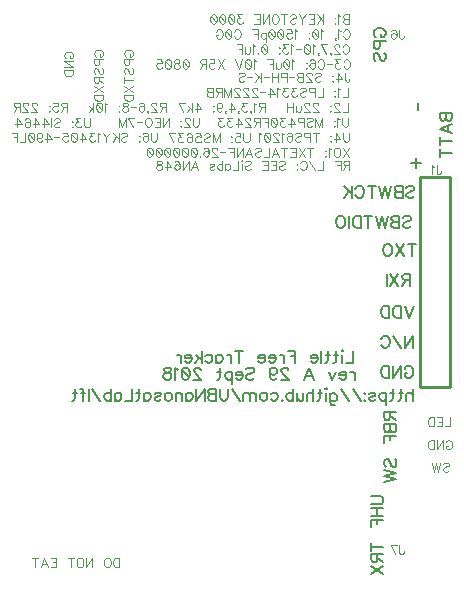
<source format=gbo>
G04 DipTrace 3.2.0.0*
G04 LFTlayout-BottomSilk.gbo*
%MOIN*%
G04 #@! TF.FileFunction,Legend,Bot*
G04 #@! TF.Part,Single*
%ADD10C,0.009843*%
%ADD135C,0.004632*%
%ADD136C,0.006176*%
%FSLAX26Y26*%
G04*
G70*
G90*
G75*
G01*
G04 BotSilk*
%LPD*%
X1869018Y1069015D2*
D10*
X1769016D1*
Y1769017D1*
X1869018D1*
Y1069015D1*
X1822527Y1808177D2*
D135*
Y1785229D1*
X1823953Y1780918D1*
X1825412Y1779492D1*
X1828264Y1778033D1*
X1831149D1*
X1834001Y1779492D1*
X1835427Y1780918D1*
X1836886Y1785229D1*
Y1788081D1*
X1813263Y1802407D2*
X1810378Y1803866D1*
X1806067Y1808144D1*
Y1778033D1*
X1698288Y2260439D2*
Y2237491D1*
X1699714Y2233180D1*
X1701173Y2231754D1*
X1704025Y2230295D1*
X1706910D1*
X1709762Y2231754D1*
X1711188Y2233180D1*
X1712647Y2237491D1*
Y2240343D1*
X1671814Y2256128D2*
X1673239Y2258980D1*
X1677551Y2260406D1*
X1680402D1*
X1684713Y2258980D1*
X1687599Y2254669D1*
X1689024Y2247506D1*
Y2240343D1*
X1687599Y2234606D1*
X1684713Y2231721D1*
X1680402Y2230295D1*
X1678976D1*
X1674699Y2231721D1*
X1671814Y2234606D1*
X1670388Y2238917D1*
Y2240343D1*
X1671814Y2244654D1*
X1674699Y2247506D1*
X1678976Y2248932D1*
X1680402D1*
X1684713Y2247506D1*
X1687599Y2244654D1*
X1689024Y2240343D1*
X1699016Y541690D2*
Y518742D1*
X1700442Y514431D1*
X1701901Y513005D1*
X1704753Y511546D1*
X1707638D1*
X1710490Y513005D1*
X1711916Y514431D1*
X1713375Y518742D1*
Y521594D1*
X1684016Y511546D2*
X1669657Y541657D1*
X1689753D1*
X688494Y2171024D2*
X685643Y2172450D1*
X682757Y2175335D1*
X681332Y2178187D1*
Y2183924D1*
X682757Y2186809D1*
X685643Y2189661D1*
X688494Y2191120D1*
X692805Y2192546D1*
X700002D1*
X704279Y2191120D1*
X707164Y2189661D1*
X710016Y2186809D1*
X711476Y2183924D1*
Y2178187D1*
X710016Y2175335D1*
X707164Y2172450D1*
X704279Y2171024D1*
X700002D1*
Y2178187D1*
X697117Y2161760D2*
Y2148827D1*
X695691Y2144550D1*
X694231Y2143090D1*
X691380Y2141664D1*
X687069D1*
X684217Y2143090D1*
X682757Y2144550D1*
X681332Y2148827D1*
Y2161760D1*
X711476D1*
X685643Y2112305D2*
X682758Y2115157D1*
X681332Y2119468D1*
Y2125205D1*
X682757Y2129516D1*
X685643Y2132401D1*
X688494D1*
X691380Y2130942D1*
X692805Y2129516D1*
X694231Y2126664D1*
X697117Y2118042D1*
X698542Y2115157D1*
X700002Y2113731D1*
X702853Y2112305D1*
X707165D1*
X710016Y2115157D1*
X711476Y2119468D1*
Y2125205D1*
X710016Y2129516D1*
X707164Y2132401D1*
X695691Y2103041D2*
Y2090141D1*
X694231Y2085830D1*
X692806Y2084371D1*
X689954Y2082945D1*
X687069D1*
X684217Y2084371D1*
X682758Y2085830D1*
X681332Y2090141D1*
Y2103041D1*
X711476D1*
X695691Y2092993D2*
X711476Y2082945D1*
X681332Y2073682D2*
X711476Y2053586D1*
X681332D2*
X711476Y2073682D1*
X681332Y2044322D2*
X711476D1*
Y2034274D1*
X710016Y2029963D1*
X707165Y2027078D1*
X704279Y2025652D1*
X700002Y2024226D1*
X692805D1*
X688494Y2025652D1*
X685643Y2027078D1*
X682757Y2029963D1*
X681332Y2034274D1*
Y2044322D1*
X788496Y2171024D2*
X785644Y2172450D1*
X782759Y2175335D1*
X781333Y2178187D1*
Y2183924D1*
X782759Y2186809D1*
X785644Y2189661D1*
X788496Y2191120D1*
X792807Y2192546D1*
X800003D1*
X804281Y2191120D1*
X807166Y2189661D1*
X810018Y2186809D1*
X811477Y2183924D1*
Y2178187D1*
X810018Y2175335D1*
X807166Y2172450D1*
X804281Y2171024D1*
X800003D1*
Y2178187D1*
X797118Y2161760D2*
Y2148827D1*
X795692Y2144550D1*
X794233Y2143090D1*
X791381Y2141664D1*
X787070D1*
X784218Y2143090D1*
X782759Y2144550D1*
X781333Y2148827D1*
Y2161760D1*
X811477D1*
X785644Y2112305D2*
X782759Y2115157D1*
X781333Y2119468D1*
Y2125205D1*
X782759Y2129516D1*
X785644Y2132401D1*
X788496D1*
X791381Y2130942D1*
X792807Y2129516D1*
X794233Y2126664D1*
X797118Y2118042D1*
X798544Y2115157D1*
X800003Y2113731D1*
X802855Y2112305D1*
X807166D1*
X810018Y2115157D1*
X811477Y2119468D1*
Y2125205D1*
X810018Y2129516D1*
X807166Y2132401D1*
X781333Y2092993D2*
X811477D1*
X781333Y2103041D2*
Y2082945D1*
Y2073682D2*
X811477Y2053586D1*
X781333D2*
X811477Y2073682D1*
X781333Y2044322D2*
X811477D1*
Y2034274D1*
X810018Y2029963D1*
X807166Y2027078D1*
X804281Y2025652D1*
X800003Y2024226D1*
X792807D1*
X788496Y2025652D1*
X785644Y2027078D1*
X782759Y2029963D1*
X781333Y2034274D1*
Y2044322D1*
X588496Y2164485D2*
X585644Y2165911D1*
X582759Y2168796D1*
X581333Y2171648D1*
Y2177385D1*
X582759Y2180270D1*
X585644Y2183122D1*
X588496Y2184581D1*
X592807Y2186007D1*
X600003D1*
X604281Y2184581D1*
X607166Y2183122D1*
X610018Y2180270D1*
X611477Y2177385D1*
Y2171648D1*
X610018Y2168796D1*
X607166Y2165911D1*
X604281Y2164485D1*
X600003D1*
Y2171648D1*
X581333Y2135125D2*
X611477D1*
X581333Y2155221D1*
X611477D1*
X581333Y2125862D2*
X611477D1*
Y2115814D1*
X610018Y2111503D1*
X607166Y2108618D1*
X604281Y2107192D1*
X600003Y2105766D1*
X592807D1*
X588496Y2107192D1*
X585644Y2108618D1*
X582759Y2111503D1*
X581333Y2115814D1*
Y2125862D1*
X1716059Y1130236D2*
D136*
X1717960Y1134038D1*
X1721807Y1137885D1*
X1725609Y1139786D1*
X1733259D1*
X1737105Y1137885D1*
X1740908Y1134038D1*
X1742853Y1130236D1*
X1744755Y1124488D1*
Y1114893D1*
X1742853Y1109189D1*
X1740908Y1105342D1*
X1737105Y1101540D1*
X1733259Y1099594D1*
X1725609D1*
X1721807Y1101540D1*
X1717960Y1105342D1*
X1716059Y1109189D1*
Y1114893D1*
X1725609D1*
X1676913Y1139786D2*
Y1099594D1*
X1703707Y1139786D1*
Y1099594D1*
X1664561Y1139786D2*
Y1099594D1*
X1651164D1*
X1645416Y1101540D1*
X1641569Y1105342D1*
X1639668Y1109189D1*
X1637767Y1114893D1*
Y1124488D1*
X1639668Y1130236D1*
X1641569Y1134038D1*
X1645416Y1137885D1*
X1651164Y1139786D1*
X1664561D1*
X1746656Y1339786D2*
X1731357Y1299594D1*
X1716059Y1339786D1*
X1703707D2*
Y1299594D1*
X1690310D1*
X1684562Y1301540D1*
X1680715Y1305342D1*
X1678814Y1309189D1*
X1676913Y1314893D1*
Y1324488D1*
X1678814Y1330236D1*
X1680715Y1334038D1*
X1684562Y1337885D1*
X1690310Y1339786D1*
X1703707D1*
X1664561D2*
Y1299594D1*
X1651164D1*
X1645416Y1301540D1*
X1641569Y1305342D1*
X1639668Y1309189D1*
X1637767Y1314893D1*
Y1324488D1*
X1639668Y1330236D1*
X1641569Y1334038D1*
X1645416Y1337885D1*
X1651164Y1339786D1*
X1664561D1*
X1717960Y1239785D2*
Y1199593D1*
X1744755Y1239785D1*
Y1199593D1*
X1705609D2*
X1678814Y1239741D1*
X1637767Y1230234D2*
X1639668Y1234037D1*
X1643515Y1237884D1*
X1647317Y1239785D1*
X1654966D1*
X1658813Y1237884D1*
X1662616Y1234037D1*
X1664561Y1230234D1*
X1666463Y1224486D1*
Y1214892D1*
X1664561Y1209188D1*
X1662616Y1205341D1*
X1658813Y1201538D1*
X1654966Y1199593D1*
X1647317D1*
X1643515Y1201538D1*
X1639668Y1205341D1*
X1637767Y1209188D1*
X1739509Y1546037D2*
Y1505845D1*
X1752907Y1546037D2*
X1726112D1*
X1713761D2*
X1686966Y1505845D1*
Y1546037D2*
X1713761Y1505845D1*
X1663118Y1546037D2*
X1666965Y1544136D1*
X1670768Y1540289D1*
X1672713Y1536486D1*
X1674614Y1530738D1*
Y1521144D1*
X1672713Y1515440D1*
X1670768Y1511593D1*
X1666965Y1507790D1*
X1663118Y1505845D1*
X1655469D1*
X1651667Y1507790D1*
X1647820Y1511593D1*
X1645919Y1515440D1*
X1644017Y1521144D1*
Y1530738D1*
X1645919Y1536486D1*
X1647820Y1540289D1*
X1651667Y1544136D1*
X1655469Y1546037D1*
X1663118D1*
X1734809Y1426890D2*
X1717609D1*
X1711861Y1428836D1*
X1709916Y1430737D1*
X1708015Y1434540D1*
Y1438386D1*
X1709916Y1442189D1*
X1711861Y1444134D1*
X1717609Y1446036D1*
X1734809D1*
Y1405844D1*
X1721412Y1426890D2*
X1708015Y1405844D1*
X1695663Y1446036D2*
X1668869Y1405844D1*
Y1446036D2*
X1695663Y1405844D1*
X1656517Y1446036D2*
Y1405844D1*
X1711148Y1634038D2*
X1714951Y1637885D1*
X1720699Y1639786D1*
X1728348D1*
X1734096Y1637885D1*
X1737943Y1634038D1*
Y1630236D1*
X1735997Y1626389D1*
X1734096Y1624488D1*
X1730294Y1622586D1*
X1718798Y1618740D1*
X1714951Y1616838D1*
X1713050Y1614893D1*
X1711148Y1611090D1*
Y1605342D1*
X1714951Y1601540D1*
X1720699Y1599594D1*
X1728348D1*
X1734096Y1601540D1*
X1737943Y1605342D1*
X1698797Y1639786D2*
Y1599594D1*
X1681553D1*
X1675805Y1601540D1*
X1673903Y1603441D1*
X1672002Y1607244D1*
Y1612992D1*
X1673903Y1616838D1*
X1675805Y1618740D1*
X1681553Y1620641D1*
X1675805Y1622586D1*
X1673903Y1624488D1*
X1672002Y1628290D1*
Y1632137D1*
X1673903Y1635940D1*
X1675805Y1637885D1*
X1681553Y1639786D1*
X1698797D1*
Y1620641D2*
X1681553D1*
X1659651Y1639786D2*
X1650056Y1599594D1*
X1640505Y1639786D1*
X1630955Y1599594D1*
X1621360Y1639786D1*
X1595611D2*
Y1599594D1*
X1609009Y1639786D2*
X1582214D1*
X1569863D2*
Y1599594D1*
X1556465D1*
X1550717Y1601540D1*
X1546870Y1605342D1*
X1544969Y1609189D1*
X1543068Y1614893D1*
Y1624488D1*
X1544969Y1630236D1*
X1546870Y1634038D1*
X1550717Y1637885D1*
X1556465Y1639786D1*
X1569863D1*
X1530717D2*
Y1599594D1*
X1506869Y1639786D2*
X1510716Y1637885D1*
X1514518Y1634038D1*
X1516464Y1630236D1*
X1518365Y1624488D1*
Y1614893D1*
X1516464Y1609189D1*
X1514518Y1605342D1*
X1510716Y1601540D1*
X1506869Y1599594D1*
X1499220D1*
X1495417Y1601540D1*
X1491570Y1605342D1*
X1489669Y1609189D1*
X1487768Y1614893D1*
Y1624488D1*
X1489669Y1630236D1*
X1491570Y1634038D1*
X1495417Y1637885D1*
X1499220Y1639786D1*
X1506869D1*
X1721896Y1734038D2*
X1725698Y1737885D1*
X1731446Y1739786D1*
X1739095D1*
X1744843Y1737885D1*
X1748690Y1734038D1*
Y1730236D1*
X1746745Y1726389D1*
X1744843Y1724488D1*
X1741041Y1722586D1*
X1729545Y1718740D1*
X1725698Y1716838D1*
X1723797Y1714893D1*
X1721896Y1711090D1*
Y1705342D1*
X1725698Y1701540D1*
X1731446Y1699594D1*
X1739095D1*
X1744843Y1701540D1*
X1748690Y1705342D1*
X1709544Y1739786D2*
Y1699594D1*
X1692300D1*
X1686552Y1701540D1*
X1684651Y1703441D1*
X1682749Y1707244D1*
Y1712992D1*
X1684651Y1716838D1*
X1686552Y1718740D1*
X1692300Y1720641D1*
X1686552Y1722586D1*
X1684651Y1724488D1*
X1682749Y1728290D1*
Y1732137D1*
X1684651Y1735940D1*
X1686552Y1737885D1*
X1692300Y1739786D1*
X1709544D1*
Y1720641D2*
X1692300D1*
X1670398Y1739786D2*
X1660803Y1699594D1*
X1651253Y1739786D1*
X1641702Y1699594D1*
X1632107Y1739786D1*
X1606359D2*
Y1699594D1*
X1619756Y1739786D2*
X1592961D1*
X1551914Y1730236D2*
X1553815Y1734038D1*
X1557662Y1737885D1*
X1561465Y1739786D1*
X1569114D1*
X1572961Y1737885D1*
X1576763Y1734038D1*
X1578709Y1730236D1*
X1580610Y1724488D1*
Y1714893D1*
X1578709Y1709189D1*
X1576763Y1705342D1*
X1572961Y1701540D1*
X1569114Y1699594D1*
X1561465D1*
X1557662Y1701540D1*
X1553815Y1705342D1*
X1551914Y1709189D1*
X1539563Y1739786D2*
Y1699594D1*
X1512768Y1739786D2*
X1539563Y1712992D1*
X1530012Y1722586D2*
X1512768Y1699594D1*
X1622056Y2235828D2*
X1618254Y2237729D1*
X1614407Y2241576D1*
X1612506Y2245378D1*
Y2253028D1*
X1614407Y2256874D1*
X1618254Y2260677D1*
X1622056Y2262622D1*
X1627804Y2264524D1*
X1637399D1*
X1643103Y2262622D1*
X1646950Y2260677D1*
X1650752Y2256874D1*
X1652698Y2253028D1*
Y2245378D1*
X1650752Y2241576D1*
X1646950Y2237729D1*
X1643103Y2235828D1*
X1637399D1*
Y2245378D1*
X1633552Y2223476D2*
Y2206232D1*
X1631651Y2200528D1*
X1629705Y2198583D1*
X1625903Y2196682D1*
X1620155D1*
X1616352Y2198583D1*
X1614407Y2200529D1*
X1612506Y2206232D1*
Y2223476D1*
X1652698D1*
X1618254Y2157536D2*
X1614407Y2161338D1*
X1612506Y2167086D1*
Y2174736D1*
X1614407Y2180484D1*
X1618254Y2184330D1*
X1622056D1*
X1625903Y2182385D1*
X1627804Y2180484D1*
X1629705Y2176681D1*
X1633552Y2165185D1*
X1635453Y2161338D1*
X1637399Y2159437D1*
X1641201Y2157536D1*
X1646949D1*
X1650752Y2161338D1*
X1652698Y2167086D1*
Y2174736D1*
X1650752Y2180484D1*
X1646950Y2184330D1*
X1605305Y705492D2*
X1634001D1*
X1639749Y703590D1*
X1643551Y699744D1*
X1645497Y693995D1*
Y690193D1*
X1643551Y684445D1*
X1639749Y680598D1*
X1634001Y678697D1*
X1605305D1*
Y666345D2*
X1645497D1*
X1605305Y639551D2*
X1645497D1*
X1624450Y666345D2*
Y639551D1*
X1605305Y602306D2*
Y627199D1*
X1645497D1*
X1624450D2*
Y611901D1*
X1605305Y537677D2*
X1645497D1*
X1605305Y551074D2*
Y524279D1*
X1624450Y511928D2*
Y494728D1*
X1622505Y488980D1*
X1620603Y487034D1*
X1616801Y485133D1*
X1612954D1*
X1609152Y487034D1*
X1607206Y488980D1*
X1605305Y494728D1*
Y511928D1*
X1645497D1*
X1624450Y498530D2*
X1645497Y485133D1*
X1605305Y472782D2*
X1645497Y445987D1*
X1605305D2*
X1645497Y472782D1*
X1545036Y1190567D2*
Y1150375D1*
X1522088D1*
X1509737Y1190567D2*
X1507835Y1188666D1*
X1505890Y1190567D1*
X1507835Y1192513D1*
X1509737Y1190567D1*
X1507835Y1177170D2*
Y1150375D1*
X1487790Y1190567D2*
Y1158024D1*
X1485889Y1152321D1*
X1482042Y1150375D1*
X1478240D1*
X1493538Y1177170D2*
X1480141D1*
X1460140Y1190567D2*
Y1158024D1*
X1458239Y1152321D1*
X1454392Y1150375D1*
X1450590D1*
X1465888Y1177170D2*
X1452491D1*
X1438238Y1190567D2*
Y1150375D1*
X1425887Y1165674D2*
X1402939D1*
Y1169521D1*
X1404840Y1173367D1*
X1406742Y1175269D1*
X1410588Y1177170D1*
X1416336D1*
X1420139Y1175269D1*
X1423986Y1171422D1*
X1425887Y1165674D1*
Y1161871D1*
X1423986Y1156123D1*
X1420139Y1152321D1*
X1416336Y1150375D1*
X1410588D1*
X1406742Y1152321D1*
X1402939Y1156123D1*
X1326814Y1190567D2*
X1351707D1*
Y1150375D1*
Y1171422D2*
X1336408D1*
X1314462Y1177170D2*
Y1150375D1*
Y1165674D2*
X1312517Y1171422D1*
X1308714Y1175269D1*
X1304867Y1177170D1*
X1299119D1*
X1286768Y1165674D2*
X1263820D1*
Y1169521D1*
X1265721Y1173367D1*
X1267623Y1175269D1*
X1271469Y1177170D1*
X1277217D1*
X1281020Y1175269D1*
X1284867Y1171422D1*
X1286768Y1165674D1*
Y1161871D1*
X1284867Y1156123D1*
X1281020Y1152321D1*
X1277217Y1150375D1*
X1271469D1*
X1267623Y1152321D1*
X1263820Y1156123D1*
X1251469Y1165674D2*
X1228521D1*
Y1169521D1*
X1230422Y1173367D1*
X1232323Y1175269D1*
X1236170Y1177170D1*
X1241918D1*
X1245721Y1175269D1*
X1249567Y1171422D1*
X1251469Y1165674D1*
Y1161871D1*
X1249567Y1156123D1*
X1245721Y1152321D1*
X1241918Y1150375D1*
X1236170D1*
X1232323Y1152321D1*
X1228521Y1156123D1*
X1163891Y1190567D2*
Y1150375D1*
X1177289Y1190567D2*
X1150494D1*
X1138142Y1177170D2*
Y1150375D1*
Y1165674D2*
X1136197Y1171422D1*
X1132394Y1175269D1*
X1128548Y1177170D1*
X1122800D1*
X1087500D2*
Y1150375D1*
Y1171422D2*
X1091303Y1175269D1*
X1095150Y1177170D1*
X1100853D1*
X1104700Y1175269D1*
X1108503Y1171422D1*
X1110448Y1165674D1*
Y1161871D1*
X1108503Y1156123D1*
X1104700Y1152321D1*
X1100853Y1150375D1*
X1095150D1*
X1091303Y1152321D1*
X1087500Y1156123D1*
X1052157Y1171422D2*
X1056004Y1175269D1*
X1059850Y1177170D1*
X1065554D1*
X1069401Y1175269D1*
X1073203Y1171422D1*
X1075149Y1165674D1*
Y1161871D1*
X1073203Y1156123D1*
X1069401Y1152321D1*
X1065554Y1150375D1*
X1059850D1*
X1056004Y1152321D1*
X1052157Y1156123D1*
X1039805Y1190567D2*
Y1150375D1*
X1020660Y1177170D2*
X1039805Y1158024D1*
X1032156Y1165674D2*
X1018759Y1150375D1*
X1006407Y1165674D2*
X983459D1*
Y1169521D1*
X985361Y1173367D1*
X987262Y1175269D1*
X991109Y1177170D1*
X996857D1*
X1000659Y1175269D1*
X1004506Y1171422D1*
X1006407Y1165674D1*
Y1161871D1*
X1004506Y1156123D1*
X1000659Y1152321D1*
X996857Y1150375D1*
X991109D1*
X987262Y1152321D1*
X983459Y1156123D1*
X971108Y1177170D2*
Y1150375D1*
Y1165674D2*
X969163Y1171422D1*
X965360Y1175269D1*
X961513Y1177170D1*
X955765D1*
X1549626Y1120919D2*
Y1094124D1*
Y1109423D2*
X1547681Y1115171D1*
X1543878Y1119018D1*
X1540031Y1120919D1*
X1534283D1*
X1521932Y1109423D2*
X1498984D1*
Y1113270D1*
X1500885Y1117117D1*
X1502787Y1119018D1*
X1506633Y1120919D1*
X1512381D1*
X1516184Y1119018D1*
X1520031Y1115171D1*
X1521932Y1109423D1*
Y1105621D1*
X1520031Y1099873D1*
X1516184Y1096070D1*
X1512381Y1094124D1*
X1506633D1*
X1502787Y1096070D1*
X1498984Y1099873D1*
X1486633Y1120919D2*
X1475137Y1094124D1*
X1463685Y1120919D1*
X1381811Y1094124D2*
X1397154Y1134317D1*
X1412453Y1094124D1*
X1406705Y1107522D2*
X1387559D1*
X1328633Y1124722D2*
Y1126623D1*
X1326732Y1130470D1*
X1324831Y1132371D1*
X1320984Y1134272D1*
X1313335D1*
X1309532Y1132371D1*
X1307631Y1130470D1*
X1305686Y1126623D1*
Y1122820D1*
X1307631Y1118974D1*
X1311434Y1113270D1*
X1330579Y1094124D1*
X1303784D1*
X1266539Y1120919D2*
X1268485Y1115171D1*
X1272288Y1111324D1*
X1278036Y1109423D1*
X1279937D1*
X1285685Y1111324D1*
X1289487Y1115171D1*
X1291433Y1120919D1*
Y1122820D1*
X1289487Y1128568D1*
X1285685Y1132371D1*
X1279937Y1134272D1*
X1278036D1*
X1272288Y1132371D1*
X1268485Y1128568D1*
X1266539Y1120919D1*
Y1111324D1*
X1268485Y1101774D1*
X1272288Y1096026D1*
X1278036Y1094124D1*
X1281838D1*
X1287586Y1096026D1*
X1289487Y1099873D1*
X1188513Y1128568D2*
X1192315Y1132415D1*
X1198063Y1134317D1*
X1205713D1*
X1211461Y1132415D1*
X1215307Y1128568D1*
Y1124766D1*
X1213362Y1120919D1*
X1211461Y1119018D1*
X1207658Y1117117D1*
X1196162Y1113270D1*
X1192315Y1111369D1*
X1190414Y1109423D1*
X1188513Y1105621D1*
Y1099873D1*
X1192315Y1096070D1*
X1198063Y1094124D1*
X1205713D1*
X1211461Y1096070D1*
X1215307Y1099873D1*
X1176161Y1109423D2*
X1153213D1*
Y1113270D1*
X1155115Y1117117D1*
X1157016Y1119018D1*
X1160863Y1120919D1*
X1166611D1*
X1170413Y1119018D1*
X1174260Y1115171D1*
X1176161Y1109423D1*
Y1105621D1*
X1174260Y1099873D1*
X1170413Y1096070D1*
X1166611Y1094124D1*
X1160863D1*
X1157016Y1096070D1*
X1153213Y1099873D1*
X1140862Y1120919D2*
Y1080727D1*
Y1115171D2*
X1137015Y1118974D1*
X1133213Y1120919D1*
X1127465D1*
X1123618Y1118974D1*
X1119815Y1115171D1*
X1117870Y1109423D1*
Y1105576D1*
X1119815Y1099873D1*
X1123618Y1096026D1*
X1127465Y1094124D1*
X1133213D1*
X1137015Y1096026D1*
X1140862Y1099873D1*
X1099770Y1134317D2*
Y1101774D1*
X1097869Y1096070D1*
X1094022Y1094124D1*
X1090220D1*
X1105518Y1120919D2*
X1092121D1*
X1037042Y1124722D2*
Y1126623D1*
X1035141Y1130470D1*
X1033240Y1132371D1*
X1029393Y1134272D1*
X1021744D1*
X1017941Y1132371D1*
X1016040Y1130470D1*
X1014094Y1126623D1*
Y1122820D1*
X1016040Y1118974D1*
X1019842Y1113270D1*
X1038988Y1094124D1*
X1012193D1*
X988346Y1134272D2*
X994094Y1132371D1*
X997940Y1126623D1*
X999842Y1117072D1*
Y1111324D1*
X997940Y1101774D1*
X994094Y1096026D1*
X988346Y1094124D1*
X984543D1*
X978795Y1096026D1*
X974992Y1101774D1*
X973047Y1111324D1*
Y1117072D1*
X974992Y1126623D1*
X978795Y1132371D1*
X984543Y1134272D1*
X988346D1*
X974992Y1126623D2*
X997940Y1101774D1*
X960696Y1126623D2*
X956849Y1128568D1*
X951101Y1134272D1*
Y1094124D1*
X929199Y1134272D2*
X934903Y1132371D1*
X936848Y1128568D1*
Y1124722D1*
X934903Y1120919D1*
X931100Y1118974D1*
X923451Y1117072D1*
X917703Y1115171D1*
X913900Y1111324D1*
X911999Y1107522D1*
Y1101774D1*
X913900Y1097971D1*
X915801Y1096026D1*
X921549Y1094124D1*
X929199D1*
X934903Y1096026D1*
X936848Y1097971D1*
X938749Y1101774D1*
Y1107522D1*
X936848Y1111324D1*
X933001Y1115171D1*
X927297Y1117072D1*
X919648Y1118974D1*
X915801Y1120919D1*
X913900Y1124722D1*
Y1128568D1*
X915801Y1132371D1*
X921549Y1134272D1*
X929199D1*
X765619Y499494D2*
D135*
Y469350D1*
X755571D1*
X751260Y470809D1*
X748375Y473661D1*
X746949Y476546D1*
X745523Y480824D1*
Y488020D1*
X746949Y492331D1*
X748375Y495183D1*
X751260Y498068D1*
X755571Y499494D1*
X765619D1*
X727637D2*
X730522Y498068D1*
X733374Y495183D1*
X734833Y492331D1*
X736259Y488020D1*
Y480824D1*
X734833Y476546D1*
X733374Y473661D1*
X730522Y470809D1*
X727637Y469350D1*
X721900D1*
X719048Y470809D1*
X716163Y473661D1*
X714737Y476546D1*
X713311Y480824D1*
Y488020D1*
X714737Y492331D1*
X716163Y495183D1*
X719048Y498068D1*
X721900Y499494D1*
X727637D1*
X654791D2*
Y469350D1*
X674887Y499494D1*
Y469350D1*
X636906Y499494D2*
X639791Y498068D1*
X642643Y495183D1*
X644102Y492331D1*
X645528Y488020D1*
Y480824D1*
X644102Y476546D1*
X642643Y473661D1*
X639791Y470809D1*
X636906Y469350D1*
X631169D1*
X628317Y470809D1*
X625432Y473661D1*
X624006Y476546D1*
X622580Y480824D1*
Y488020D1*
X624006Y492331D1*
X625432Y495183D1*
X628317Y498068D1*
X631169Y499494D1*
X636906D1*
X603268D2*
Y469350D1*
X613316Y499494D2*
X593220D1*
X536159D2*
X554796D1*
Y469350D1*
X536159D1*
X554796Y485135D2*
X543322D1*
X503915Y469350D2*
X515422Y499494D1*
X526896Y469350D1*
X522585Y479398D2*
X508226D1*
X484603Y499494D2*
Y469350D1*
X494651Y499494D2*
X474555D1*
X1531143Y2311157D2*
Y2281013D1*
X1518209D1*
X1513898Y2282472D1*
X1512472Y2283898D1*
X1511047Y2286750D1*
Y2291061D1*
X1512472Y2293946D1*
X1513898Y2295372D1*
X1518209Y2296798D1*
X1513898Y2298257D1*
X1512472Y2299683D1*
X1511047Y2302535D1*
Y2305420D1*
X1512472Y2308272D1*
X1513898Y2309731D1*
X1518209Y2311157D1*
X1531143D1*
Y2296798D2*
X1518209D1*
X1501783Y2305387D2*
X1498898Y2306846D1*
X1494587Y2311124D1*
Y2281013D1*
X1483864Y2301109D2*
X1485323Y2299650D1*
X1483864Y2298224D1*
X1482438Y2299650D1*
X1483864Y2301109D1*
Y2283898D2*
X1485323Y2282439D1*
X1483864Y2281013D1*
X1482438Y2282439D1*
X1483864Y2283898D1*
X1444014Y2311157D2*
Y2281013D1*
X1423918Y2311157D2*
X1444014Y2291061D1*
X1436851Y2298257D2*
X1423918Y2281013D1*
X1396018Y2311157D2*
X1414655D1*
Y2281013D1*
X1396018D1*
X1414655Y2296798D2*
X1403181D1*
X1386754Y2311157D2*
X1375280Y2296798D1*
Y2281013D1*
X1363806Y2311157D2*
X1375280Y2296798D1*
X1334447Y2306846D2*
X1337299Y2309731D1*
X1341610Y2311157D1*
X1347347D1*
X1351658Y2309731D1*
X1354543Y2306846D1*
Y2303994D1*
X1353084Y2301109D1*
X1351658Y2299683D1*
X1348806Y2298257D1*
X1340184Y2295372D1*
X1337299Y2293946D1*
X1335873Y2292487D1*
X1334447Y2289635D1*
Y2285324D1*
X1337299Y2282472D1*
X1341610Y2281013D1*
X1347347D1*
X1351658Y2282472D1*
X1354543Y2285324D1*
X1315135Y2311157D2*
Y2281013D1*
X1325183Y2311157D2*
X1305087D1*
X1287202D2*
X1290087Y2309731D1*
X1292939Y2306846D1*
X1294398Y2303994D1*
X1295824Y2299683D1*
Y2292487D1*
X1294398Y2288209D1*
X1292939Y2285324D1*
X1290087Y2282472D1*
X1287202Y2281013D1*
X1281465D1*
X1278613Y2282472D1*
X1275728Y2285324D1*
X1274302Y2288209D1*
X1272876Y2292487D1*
Y2299683D1*
X1274302Y2303994D1*
X1275728Y2306846D1*
X1278613Y2309731D1*
X1281465Y2311157D1*
X1287202D1*
X1243516D2*
Y2281013D1*
X1263612Y2311157D1*
Y2281013D1*
X1215616Y2311157D2*
X1234253D1*
Y2281013D1*
X1215616D1*
X1234253Y2296798D2*
X1222779D1*
X1174307Y2311124D2*
X1158555D1*
X1167144Y2299650D1*
X1162833D1*
X1159981Y2298224D1*
X1158555Y2296798D1*
X1157096Y2292487D1*
Y2289635D1*
X1158555Y2285324D1*
X1161407Y2282439D1*
X1165718Y2281013D1*
X1170029D1*
X1174307Y2282439D1*
X1175732Y2283898D1*
X1177192Y2286750D1*
X1139210Y2311124D2*
X1143521Y2309698D1*
X1146406Y2305387D1*
X1147832Y2298224D1*
Y2293913D1*
X1146406Y2286750D1*
X1143521Y2282439D1*
X1139210Y2281013D1*
X1136358D1*
X1132047Y2282439D1*
X1129195Y2286750D1*
X1127736Y2293913D1*
Y2298224D1*
X1129195Y2305387D1*
X1132047Y2309698D1*
X1136358Y2311124D1*
X1139210D1*
X1129195Y2305387D2*
X1146406Y2286750D1*
X1109850Y2311124D2*
X1114161Y2309698D1*
X1117047Y2305387D1*
X1118472Y2298224D1*
Y2293913D1*
X1117047Y2286750D1*
X1114161Y2282439D1*
X1109850Y2281013D1*
X1106999D1*
X1102688Y2282439D1*
X1099836Y2286750D1*
X1098376Y2293913D1*
Y2298224D1*
X1099836Y2305387D1*
X1102688Y2309698D1*
X1106999Y2311124D1*
X1109850D1*
X1099836Y2305387D2*
X1117047Y2286750D1*
X1080491Y2311124D2*
X1084802Y2309698D1*
X1087687Y2305387D1*
X1089113Y2298224D1*
Y2293913D1*
X1087687Y2286750D1*
X1084802Y2282439D1*
X1080491Y2281013D1*
X1077639D1*
X1073328Y2282439D1*
X1070476Y2286750D1*
X1069017Y2293913D1*
Y2298224D1*
X1070476Y2305387D1*
X1073328Y2309698D1*
X1077639Y2311124D1*
X1080491D1*
X1070476Y2305387D2*
X1087687Y2286750D1*
X1511735Y2253994D2*
X1513161Y2256846D1*
X1516047Y2259731D1*
X1518898Y2261157D1*
X1524635D1*
X1527520Y2259731D1*
X1530372Y2256846D1*
X1531831Y2253994D1*
X1533257Y2249683D1*
Y2242487D1*
X1531831Y2238209D1*
X1530372Y2235324D1*
X1527520Y2232472D1*
X1524635Y2231013D1*
X1518898D1*
X1516047Y2232472D1*
X1513161Y2235324D1*
X1511735Y2238209D1*
X1502472Y2255387D2*
X1499587Y2256846D1*
X1495276Y2261124D1*
Y2231013D1*
X1483127Y2232439D2*
X1484586Y2231013D1*
X1486012Y2232439D1*
X1484586Y2233898D1*
X1483127Y2232439D1*
Y2229587D1*
X1484586Y2226702D1*
X1486012Y2225276D1*
X1444703Y2255387D2*
X1441818Y2256846D1*
X1437507Y2261124D1*
Y2231013D1*
X1419621Y2261124D2*
X1423932Y2259698D1*
X1426817Y2255387D1*
X1428243Y2248224D1*
Y2243913D1*
X1426817Y2236750D1*
X1423932Y2232439D1*
X1419621Y2231013D1*
X1416769D1*
X1412458Y2232439D1*
X1409607Y2236750D1*
X1408147Y2243913D1*
Y2248224D1*
X1409607Y2255387D1*
X1412458Y2259698D1*
X1416769Y2261124D1*
X1419621D1*
X1409607Y2255387D2*
X1426817Y2236750D1*
X1397425Y2251109D2*
X1398884Y2249650D1*
X1397425Y2248224D1*
X1395999Y2249650D1*
X1397425Y2251109D1*
Y2233898D2*
X1398884Y2232439D1*
X1397425Y2231013D1*
X1395999Y2232439D1*
X1397425Y2233898D1*
X1357575Y2255387D2*
X1354690Y2256846D1*
X1350379Y2261124D1*
Y2231013D1*
X1323904Y2261124D2*
X1338230D1*
X1339656Y2248224D1*
X1338230Y2249650D1*
X1333919Y2251109D1*
X1329641D1*
X1325330Y2249650D1*
X1322445Y2246798D1*
X1321019Y2242487D1*
Y2239635D1*
X1322445Y2235324D1*
X1325330Y2232439D1*
X1329641Y2231013D1*
X1333919D1*
X1338230Y2232439D1*
X1339656Y2233898D1*
X1341115Y2236750D1*
X1303133Y2261124D2*
X1307444Y2259698D1*
X1310330Y2255387D1*
X1311756Y2248224D1*
Y2243913D1*
X1310330Y2236750D1*
X1307444Y2232439D1*
X1303133Y2231013D1*
X1300282D1*
X1295971Y2232439D1*
X1293119Y2236750D1*
X1291660Y2243913D1*
Y2248224D1*
X1293119Y2255387D1*
X1295971Y2259698D1*
X1300282Y2261124D1*
X1303133D1*
X1293119Y2255387D2*
X1310330Y2236750D1*
X1273774Y2261124D2*
X1278085Y2259698D1*
X1280970Y2255387D1*
X1282396Y2248224D1*
Y2243913D1*
X1280970Y2236750D1*
X1278085Y2232439D1*
X1273774Y2231013D1*
X1270922D1*
X1266611Y2232439D1*
X1263759Y2236750D1*
X1262300Y2243913D1*
Y2248224D1*
X1263759Y2255387D1*
X1266611Y2259698D1*
X1270922Y2261124D1*
X1273774D1*
X1263759Y2255387D2*
X1280970Y2236750D1*
X1253036Y2251109D2*
Y2220965D1*
Y2246798D2*
X1250151Y2249650D1*
X1247299Y2251109D1*
X1242988D1*
X1240103Y2249650D1*
X1237251Y2246798D1*
X1235792Y2242487D1*
Y2239602D1*
X1237251Y2235324D1*
X1240103Y2232439D1*
X1242988Y2231013D1*
X1247299D1*
X1250151Y2232439D1*
X1253036Y2235324D1*
X1207859Y2261157D2*
X1226529D1*
Y2231013D1*
Y2246798D2*
X1215055D1*
X1147913Y2253994D2*
X1149339Y2256846D1*
X1152224Y2259731D1*
X1155076Y2261157D1*
X1160813D1*
X1163698Y2259731D1*
X1166550Y2256846D1*
X1168009Y2253994D1*
X1169435Y2249683D1*
Y2242487D1*
X1168009Y2238209D1*
X1166550Y2235324D1*
X1163698Y2232472D1*
X1160813Y2231013D1*
X1155076D1*
X1152224Y2232472D1*
X1149339Y2235324D1*
X1147913Y2238209D1*
X1130027Y2261124D2*
X1134338Y2259698D1*
X1137223Y2255387D1*
X1138649Y2248224D1*
Y2243913D1*
X1137223Y2236750D1*
X1134338Y2232439D1*
X1130027Y2231013D1*
X1127175D1*
X1122864Y2232439D1*
X1120012Y2236750D1*
X1118553Y2243913D1*
Y2248224D1*
X1120012Y2255387D1*
X1122864Y2259698D1*
X1127175Y2261124D1*
X1130027D1*
X1120012Y2255387D2*
X1137223Y2236750D1*
X1087768Y2253994D2*
X1089194Y2256846D1*
X1092079Y2259731D1*
X1094931Y2261157D1*
X1100667D1*
X1103553Y2259731D1*
X1106404Y2256846D1*
X1107864Y2253994D1*
X1109290Y2249683D1*
Y2242487D1*
X1107864Y2238209D1*
X1106404Y2235324D1*
X1103553Y2232472D1*
X1100667Y2231013D1*
X1094931D1*
X1092079Y2232472D1*
X1089194Y2235324D1*
X1087768Y2238209D1*
Y2242487D1*
X1094931D1*
X1509275Y2203995D2*
X1510701Y2206847D1*
X1513586Y2209732D1*
X1516438Y2211158D1*
X1522175D1*
X1525060Y2209732D1*
X1527912Y2206847D1*
X1529371Y2203995D1*
X1530797Y2199684D1*
Y2192488D1*
X1529371Y2188210D1*
X1527912Y2185325D1*
X1525060Y2182473D1*
X1522175Y2181014D1*
X1516438D1*
X1513586Y2182473D1*
X1510701Y2185325D1*
X1509275Y2188210D1*
X1498553Y2203962D2*
Y2205388D1*
X1497127Y2208273D1*
X1495701Y2209699D1*
X1492816Y2211125D1*
X1487079D1*
X1484227Y2209699D1*
X1482801Y2208273D1*
X1481342Y2205388D1*
Y2202536D1*
X1482801Y2199651D1*
X1485653Y2195373D1*
X1500012Y2181014D1*
X1479916D1*
X1467767Y2182440D2*
X1469226Y2181014D1*
X1470652Y2182440D1*
X1469226Y2183899D1*
X1467767Y2182440D1*
Y2179588D1*
X1469226Y2176703D1*
X1470652Y2175277D1*
X1452766Y2181014D2*
X1438407Y2211125D1*
X1458503D1*
X1426259Y2182440D2*
X1427718Y2181014D1*
X1429144Y2182440D1*
X1427718Y2183899D1*
X1426259Y2182440D1*
Y2179588D1*
X1427718Y2176703D1*
X1429144Y2175277D1*
X1416995Y2205388D2*
X1414110Y2206847D1*
X1409799Y2211125D1*
Y2181014D1*
X1391914Y2211125D2*
X1396225Y2209699D1*
X1399110Y2205388D1*
X1400536Y2198225D1*
Y2193914D1*
X1399110Y2186751D1*
X1396225Y2182440D1*
X1391914Y2181014D1*
X1389062D1*
X1384751Y2182440D1*
X1381899Y2186751D1*
X1380440Y2193914D1*
Y2198225D1*
X1381899Y2205388D1*
X1384751Y2209699D1*
X1389062Y2211125D1*
X1391914D1*
X1381899Y2205388D2*
X1399110Y2186751D1*
X1371176Y2196070D2*
X1354595D1*
X1345332Y2205388D2*
X1342447Y2206847D1*
X1338136Y2211125D1*
Y2181014D1*
X1325987Y2211125D2*
X1310235D1*
X1318824Y2199651D1*
X1314513D1*
X1311661Y2198225D1*
X1310235Y2196799D1*
X1308776Y2192488D1*
Y2189636D1*
X1310235Y2185325D1*
X1313087Y2182440D1*
X1317398Y2181014D1*
X1321709D1*
X1325987Y2182440D1*
X1327413Y2183899D1*
X1328872Y2186751D1*
X1298053Y2201110D2*
X1299513Y2199651D1*
X1298053Y2198225D1*
X1296627Y2199651D1*
X1298053Y2201110D1*
Y2183899D2*
X1299513Y2182440D1*
X1298053Y2181014D1*
X1296627Y2182440D1*
X1298053Y2183899D1*
X1249581Y2211125D2*
X1253892Y2209699D1*
X1256777Y2205388D1*
X1258203Y2198225D1*
Y2193914D1*
X1256777Y2186751D1*
X1253892Y2182440D1*
X1249581Y2181014D1*
X1246729D1*
X1242418Y2182440D1*
X1239566Y2186751D1*
X1238107Y2193914D1*
Y2198225D1*
X1239566Y2205388D1*
X1242418Y2209699D1*
X1246729Y2211125D1*
X1249581D1*
X1239566Y2205388D2*
X1256777Y2186751D1*
X1227418Y2183899D2*
X1228844Y2182440D1*
X1227418Y2181014D1*
X1225959Y2182440D1*
X1227418Y2183899D1*
X1216695Y2205388D2*
X1213810Y2206847D1*
X1209499Y2211125D1*
Y2181014D1*
X1200236Y2201110D2*
Y2186751D1*
X1198810Y2182473D1*
X1195924Y2181014D1*
X1191613D1*
X1188762Y2182473D1*
X1184451Y2186751D1*
Y2201110D2*
Y2181014D1*
X1156517Y2211158D2*
X1175187D1*
Y2181014D1*
Y2196799D2*
X1163713D1*
X1512765Y2153992D2*
X1514191Y2156843D1*
X1517076Y2159728D1*
X1519928Y2161154D1*
X1525665D1*
X1528550Y2159728D1*
X1531402Y2156843D1*
X1532861Y2153992D1*
X1534287Y2149680D1*
Y2142484D1*
X1532861Y2138207D1*
X1531402Y2135321D1*
X1528550Y2132470D1*
X1525665Y2131010D1*
X1519928D1*
X1517076Y2132470D1*
X1514191Y2135321D1*
X1512765Y2138207D1*
X1500617Y2161121D2*
X1484865D1*
X1493454Y2149647D1*
X1489143D1*
X1486291Y2148221D1*
X1484865Y2146795D1*
X1483406Y2142484D1*
Y2139632D1*
X1484865Y2135321D1*
X1487717Y2132436D1*
X1492028Y2131010D1*
X1496339D1*
X1500617Y2132436D1*
X1502043Y2133895D1*
X1503502Y2136747D1*
X1474142Y2146066D2*
X1457561D1*
X1426776Y2153992D2*
X1428202Y2156843D1*
X1431087Y2159728D1*
X1433939Y2161154D1*
X1439676D1*
X1442561Y2159728D1*
X1445413Y2156843D1*
X1446872Y2153992D1*
X1448298Y2149680D1*
Y2142484D1*
X1446872Y2138207D1*
X1445413Y2135321D1*
X1442561Y2132470D1*
X1439676Y2131010D1*
X1433939D1*
X1431087Y2132470D1*
X1428202Y2135321D1*
X1426776Y2138207D1*
X1400301Y2156843D2*
X1401727Y2159695D1*
X1406038Y2161121D1*
X1408890D1*
X1413201Y2159695D1*
X1416086Y2155384D1*
X1417512Y2148221D1*
Y2141058D1*
X1416086Y2135321D1*
X1413201Y2132436D1*
X1408890Y2131010D1*
X1407464D1*
X1403187Y2132436D1*
X1400301Y2135321D1*
X1398875Y2139632D1*
Y2141058D1*
X1400301Y2145369D1*
X1403187Y2148221D1*
X1407464Y2149647D1*
X1408890D1*
X1413201Y2148221D1*
X1416086Y2145369D1*
X1417512Y2141058D1*
X1388153Y2151106D2*
X1389612Y2149647D1*
X1388153Y2148221D1*
X1386727Y2149647D1*
X1388153Y2151106D1*
Y2133895D2*
X1389612Y2132436D1*
X1388153Y2131010D1*
X1386727Y2132436D1*
X1388153Y2133895D1*
X1348303Y2155384D2*
X1345418Y2156843D1*
X1341107Y2161121D1*
Y2131010D1*
X1323221Y2161121D2*
X1327532Y2159695D1*
X1330417Y2155384D1*
X1331843Y2148221D1*
Y2143910D1*
X1330417Y2136747D1*
X1327532Y2132436D1*
X1323221Y2131010D1*
X1320369D1*
X1316058Y2132436D1*
X1313206Y2136747D1*
X1311747Y2143910D1*
Y2148221D1*
X1313206Y2155384D1*
X1316058Y2159695D1*
X1320369Y2161121D1*
X1323221D1*
X1313206Y2155384D2*
X1330417Y2136747D1*
X1302484Y2151106D2*
Y2136747D1*
X1301058Y2132470D1*
X1298173Y2131010D1*
X1293862D1*
X1291010Y2132470D1*
X1286699Y2136747D1*
Y2151106D2*
Y2131010D1*
X1258765Y2161154D2*
X1277435D1*
Y2131010D1*
Y2146795D2*
X1265961D1*
X1220341Y2155384D2*
X1217456Y2156843D1*
X1213145Y2161121D1*
Y2131010D1*
X1195259Y2161121D2*
X1199570Y2159695D1*
X1202455Y2155384D1*
X1203881Y2148221D1*
Y2143910D1*
X1202455Y2136747D1*
X1199570Y2132436D1*
X1195259Y2131010D1*
X1192407D1*
X1188096Y2132436D1*
X1185244Y2136747D1*
X1183785Y2143910D1*
Y2148221D1*
X1185244Y2155384D1*
X1188096Y2159695D1*
X1192407Y2161121D1*
X1195259D1*
X1185244Y2155384D2*
X1202455Y2136747D1*
X1174522Y2161154D2*
X1163048Y2131010D1*
X1151574Y2161154D1*
X1113150D2*
X1093054Y2131010D1*
Y2161154D2*
X1113150Y2131010D1*
X1066579Y2161121D2*
X1080905D1*
X1082331Y2148221D1*
X1080905Y2149647D1*
X1076594Y2151106D1*
X1072316D1*
X1068005Y2149647D1*
X1065120Y2146795D1*
X1063694Y2142484D1*
Y2139632D1*
X1065120Y2135321D1*
X1068005Y2132436D1*
X1072316Y2131010D1*
X1076594D1*
X1080905Y2132436D1*
X1082331Y2133895D1*
X1083790Y2136747D1*
X1054431Y2146795D2*
X1041531D1*
X1037220Y2148255D1*
X1035760Y2149680D1*
X1034335Y2152532D1*
Y2155417D1*
X1035760Y2158269D1*
X1037220Y2159728D1*
X1041531Y2161154D1*
X1054431D1*
Y2131010D1*
X1044383Y2146795D2*
X1034335Y2131010D1*
X987288Y2161121D2*
X991599Y2159695D1*
X994484Y2155384D1*
X995910Y2148221D1*
Y2143910D1*
X994484Y2136747D1*
X991599Y2132436D1*
X987288Y2131010D1*
X984436D1*
X980125Y2132436D1*
X977273Y2136747D1*
X975814Y2143910D1*
Y2148221D1*
X977273Y2155384D1*
X980125Y2159695D1*
X984436Y2161121D1*
X987288D1*
X977273Y2155384D2*
X994484Y2136747D1*
X959388Y2161121D2*
X963666Y2159695D1*
X965125Y2156843D1*
Y2153958D1*
X963666Y2151106D1*
X960814Y2149647D1*
X955077Y2148221D1*
X950766Y2146795D1*
X947914Y2143910D1*
X946488Y2141058D1*
Y2136747D1*
X947914Y2133895D1*
X949340Y2132436D1*
X953651Y2131010D1*
X959388D1*
X963666Y2132436D1*
X965125Y2133895D1*
X966551Y2136747D1*
Y2141058D1*
X965125Y2143910D1*
X962240Y2146795D1*
X957962Y2148221D1*
X952225Y2149647D1*
X949340Y2151106D1*
X947914Y2153958D1*
Y2156843D1*
X949340Y2159695D1*
X953651Y2161121D1*
X959388D1*
X928602D2*
X932913Y2159695D1*
X935798Y2155384D1*
X937224Y2148221D1*
Y2143910D1*
X935798Y2136747D1*
X932913Y2132436D1*
X928602Y2131010D1*
X925750D1*
X921439Y2132436D1*
X918588Y2136747D1*
X917128Y2143910D1*
Y2148221D1*
X918588Y2155384D1*
X921439Y2159695D1*
X925750Y2161121D1*
X928602D1*
X918588Y2155384D2*
X935798Y2136747D1*
X890654Y2161121D2*
X904980D1*
X906406Y2148221D1*
X904980Y2149647D1*
X900669Y2151106D1*
X896391D1*
X892080Y2149647D1*
X889195Y2146795D1*
X887769Y2142484D1*
Y2139632D1*
X889195Y2135321D1*
X892080Y2132436D1*
X896391Y2131010D1*
X900669D1*
X904980Y2132436D1*
X906406Y2133895D1*
X907865Y2136747D1*
X1517911Y2117408D2*
Y2094460D1*
X1519337Y2090149D1*
X1520796Y2088723D1*
X1523648Y2087264D1*
X1526533D1*
X1529385Y2088723D1*
X1530811Y2090149D1*
X1532270Y2094460D1*
Y2097312D1*
X1494288Y2087264D2*
Y2117375D1*
X1508648Y2097312D1*
X1487126D1*
X1476403Y2107360D2*
X1477862Y2105901D1*
X1476403Y2104475D1*
X1474977Y2105901D1*
X1476403Y2107360D1*
Y2090149D2*
X1477862Y2088690D1*
X1476403Y2087264D1*
X1474977Y2088690D1*
X1476403Y2090149D1*
X1416457Y2113097D2*
X1419309Y2115982D1*
X1423620Y2117408D1*
X1429357D1*
X1433668Y2115982D1*
X1436553Y2113097D1*
Y2110245D1*
X1435094Y2107360D1*
X1433668Y2105934D1*
X1430816Y2104508D1*
X1422194Y2101623D1*
X1419309Y2100197D1*
X1417883Y2098738D1*
X1416457Y2095886D1*
Y2091575D1*
X1419309Y2088723D1*
X1423620Y2087264D1*
X1429357D1*
X1433668Y2088723D1*
X1436553Y2091575D1*
X1405734Y2110212D2*
Y2111638D1*
X1404308Y2114523D1*
X1402882Y2115949D1*
X1399997Y2117375D1*
X1394260D1*
X1391408Y2115949D1*
X1389982Y2114523D1*
X1388523Y2111638D1*
Y2108786D1*
X1389982Y2105901D1*
X1392834Y2101623D1*
X1407193Y2087264D1*
X1387097D1*
X1377834Y2117408D2*
Y2087264D1*
X1364901D1*
X1360590Y2088723D1*
X1359164Y2090149D1*
X1357738Y2093001D1*
Y2097312D1*
X1359164Y2100197D1*
X1360590Y2101623D1*
X1364901Y2103049D1*
X1360590Y2104508D1*
X1359164Y2105934D1*
X1357738Y2108786D1*
Y2111671D1*
X1359164Y2114523D1*
X1360590Y2115982D1*
X1364901Y2117408D1*
X1377834D1*
Y2103049D2*
X1364901D1*
X1348474Y2102319D2*
X1331893D1*
X1322630Y2101623D2*
X1309697D1*
X1305419Y2103049D1*
X1303960Y2104508D1*
X1302534Y2107360D1*
Y2111671D1*
X1303960Y2114523D1*
X1305419Y2115982D1*
X1309697Y2117408D1*
X1322630D1*
Y2087264D1*
X1293270Y2117408D2*
Y2087264D1*
X1273174Y2117408D2*
Y2087264D1*
X1293270Y2103049D2*
X1273174D1*
X1263911Y2102319D2*
X1247330D1*
X1238066Y2117408D2*
Y2087264D1*
X1217970Y2117408D2*
X1238066Y2097312D1*
X1230903Y2104508D2*
X1217970Y2087264D1*
X1208707Y2102319D2*
X1192126D1*
X1162766Y2113097D2*
X1165618Y2115982D1*
X1169929Y2117408D1*
X1175666D1*
X1179977Y2115982D1*
X1182862Y2113097D1*
Y2110245D1*
X1181403Y2107360D1*
X1179977Y2105934D1*
X1177125Y2104508D1*
X1168503Y2101623D1*
X1165618Y2100197D1*
X1164192Y2098738D1*
X1162766Y2095886D1*
Y2091575D1*
X1165618Y2088723D1*
X1169929Y2087264D1*
X1175666D1*
X1179977Y2088723D1*
X1182862Y2091575D1*
X1527509Y2067408D2*
Y2037264D1*
X1510299D1*
X1501035Y2061638D2*
X1498150Y2063097D1*
X1493839Y2067375D1*
Y2037264D1*
X1483116Y2057360D2*
X1484575Y2055901D1*
X1483116Y2054475D1*
X1481690Y2055901D1*
X1483116Y2057360D1*
Y2040149D2*
X1484575Y2038690D1*
X1483116Y2037264D1*
X1481690Y2038690D1*
X1483116Y2040149D1*
X1443266Y2067408D2*
Y2037264D1*
X1426055D1*
X1416792Y2051623D2*
X1403859D1*
X1399581Y2053049D1*
X1398122Y2054508D1*
X1396696Y2057360D1*
Y2061671D1*
X1398122Y2064523D1*
X1399581Y2065982D1*
X1403859Y2067408D1*
X1416792D1*
Y2037264D1*
X1367336Y2063097D2*
X1370188Y2065982D1*
X1374499Y2067408D1*
X1380236D1*
X1384547Y2065982D1*
X1387432Y2063097D1*
Y2060245D1*
X1385973Y2057360D1*
X1384547Y2055934D1*
X1381695Y2054508D1*
X1373073Y2051623D1*
X1370188Y2050197D1*
X1368762Y2048738D1*
X1367336Y2045886D1*
Y2041575D1*
X1370188Y2038723D1*
X1374499Y2037264D1*
X1380236D1*
X1384547Y2038723D1*
X1387432Y2041575D1*
X1355187Y2067375D2*
X1339436D1*
X1348025Y2055901D1*
X1343714D1*
X1340862Y2054475D1*
X1339436Y2053049D1*
X1337977Y2048738D1*
Y2045886D1*
X1339436Y2041575D1*
X1342288Y2038690D1*
X1346599Y2037264D1*
X1350910D1*
X1355187Y2038690D1*
X1356613Y2040149D1*
X1358073Y2043001D1*
X1325828Y2067375D2*
X1310076D1*
X1318665Y2055901D1*
X1314354D1*
X1311502Y2054475D1*
X1310076Y2053049D1*
X1308617Y2048738D1*
Y2045886D1*
X1310076Y2041575D1*
X1312928Y2038690D1*
X1317239Y2037264D1*
X1321550D1*
X1325828Y2038690D1*
X1327254Y2040149D1*
X1328713Y2043001D1*
X1299353Y2061638D2*
X1296468Y2063097D1*
X1292157Y2067375D1*
Y2037264D1*
X1268535D2*
Y2067375D1*
X1282894Y2047312D1*
X1261372D1*
X1252108Y2052319D2*
X1235527D1*
X1224805Y2060212D2*
Y2061638D1*
X1223379Y2064523D1*
X1221953Y2065949D1*
X1219068Y2067375D1*
X1213331D1*
X1210479Y2065949D1*
X1209053Y2064523D1*
X1207594Y2061638D1*
Y2058786D1*
X1209053Y2055901D1*
X1211905Y2051623D1*
X1226264Y2037264D1*
X1206168D1*
X1195445Y2060212D2*
Y2061638D1*
X1194019Y2064523D1*
X1192593Y2065949D1*
X1189708Y2067375D1*
X1183971D1*
X1181119Y2065949D1*
X1179693Y2064523D1*
X1178234Y2061638D1*
Y2058786D1*
X1179693Y2055901D1*
X1182545Y2051623D1*
X1196904Y2037264D1*
X1176808D1*
X1166086Y2060212D2*
Y2061638D1*
X1164660Y2064523D1*
X1163234Y2065949D1*
X1160349Y2067375D1*
X1154612D1*
X1151760Y2065949D1*
X1150334Y2064523D1*
X1148875Y2061638D1*
Y2058786D1*
X1150334Y2055901D1*
X1153186Y2051623D1*
X1167545Y2037264D1*
X1147449D1*
X1115237D2*
Y2067408D1*
X1126711Y2037264D1*
X1138185Y2067408D1*
Y2037264D1*
X1105974Y2053049D2*
X1093074D1*
X1088763Y2054508D1*
X1087304Y2055934D1*
X1085878Y2058786D1*
Y2061671D1*
X1087304Y2064523D1*
X1088763Y2065982D1*
X1093074Y2067408D1*
X1105974D1*
Y2037264D1*
X1095926Y2053049D2*
X1085878Y2037264D1*
X1076614Y2067408D2*
Y2037264D1*
X1063681D1*
X1059370Y2038723D1*
X1057944Y2040149D1*
X1056518Y2043001D1*
Y2047312D1*
X1057944Y2050197D1*
X1059370Y2051623D1*
X1063681Y2053049D1*
X1059370Y2054508D1*
X1057944Y2055934D1*
X1056518Y2058786D1*
Y2061671D1*
X1057944Y2064523D1*
X1059370Y2065982D1*
X1063681Y2067408D1*
X1076614D1*
Y2053049D2*
X1063681D1*
X1526273Y2017406D2*
Y1987262D1*
X1509062D1*
X1498340Y2010210D2*
Y2011636D1*
X1496914Y2014521D1*
X1495488Y2015947D1*
X1492603Y2017373D1*
X1486866D1*
X1484014Y2015947D1*
X1482588Y2014521D1*
X1481129Y2011636D1*
Y2008784D1*
X1482588Y2005899D1*
X1485440Y2001621D1*
X1499799Y1987262D1*
X1479703D1*
X1468980Y2007358D2*
X1470439Y2005899D1*
X1468980Y2004473D1*
X1467554Y2005899D1*
X1468980Y2007358D1*
Y1990147D2*
X1470439Y1988688D1*
X1468980Y1987262D1*
X1467554Y1988688D1*
X1468980Y1990147D1*
X1427671Y2010210D2*
Y2011636D1*
X1426245Y2014521D1*
X1424819Y2015947D1*
X1421934Y2017373D1*
X1416197D1*
X1413345Y2015947D1*
X1411919Y2014521D1*
X1410460Y2011636D1*
Y2008784D1*
X1411919Y2005899D1*
X1414771Y2001621D1*
X1429130Y1987262D1*
X1409034D1*
X1398311Y2010210D2*
Y2011636D1*
X1396885Y2014521D1*
X1395459Y2015947D1*
X1392574Y2017373D1*
X1386837D1*
X1383985Y2015947D1*
X1382559Y2014521D1*
X1381100Y2011636D1*
Y2008784D1*
X1382559Y2005899D1*
X1385411Y2001621D1*
X1399770Y1987262D1*
X1379674D1*
X1370411Y2007358D2*
Y1992999D1*
X1368985Y1988722D1*
X1366100Y1987262D1*
X1361789D1*
X1358937Y1988722D1*
X1354626Y1992999D1*
Y2007358D2*
Y1987262D1*
X1345362Y2017406D2*
Y1987262D1*
X1325266Y2017406D2*
Y1987262D1*
X1345362Y2003047D2*
X1325266D1*
X1250351Y2003046D2*
X1237451D1*
X1233140Y2004505D1*
X1231680Y2005931D1*
X1230255Y2008783D1*
Y2011668D1*
X1231680Y2014520D1*
X1233140Y2015979D1*
X1237451Y2017405D1*
X1250351D1*
Y1987261D1*
X1240303Y2003046D2*
X1230255Y1987261D1*
X1220991Y2011635D2*
X1218106Y2013094D1*
X1213795Y2017372D1*
Y1987261D1*
X1201646Y1988687D2*
X1203105Y1987261D1*
X1204531Y1988687D1*
X1203105Y1990146D1*
X1201646Y1988687D1*
Y1985835D1*
X1203105Y1982950D1*
X1204531Y1981524D1*
X1189498Y2017372D2*
X1173746D1*
X1182335Y2005898D1*
X1178024D1*
X1175172Y2004472D1*
X1173746Y2003046D1*
X1172287Y1998735D1*
Y1995883D1*
X1173746Y1991572D1*
X1176598Y1988687D1*
X1180909Y1987261D1*
X1185220D1*
X1189498Y1988687D1*
X1190924Y1990146D1*
X1192383Y1992998D1*
X1160138Y1988687D2*
X1161597Y1987261D1*
X1163023Y1988687D1*
X1161597Y1990146D1*
X1160138Y1988687D1*
Y1985835D1*
X1161597Y1982950D1*
X1163023Y1981524D1*
X1136516Y1987261D2*
Y2017372D1*
X1150875Y1997309D1*
X1129353D1*
X1117204Y1988687D2*
X1118663Y1987261D1*
X1120089Y1988687D1*
X1118663Y1990146D1*
X1117204Y1988687D1*
Y1985835D1*
X1118663Y1982950D1*
X1120089Y1981524D1*
X1089270Y2007357D2*
X1090729Y2003046D1*
X1093581Y2000161D1*
X1097892Y1998735D1*
X1099318D1*
X1103629Y2000161D1*
X1106481Y2003046D1*
X1107940Y2007357D1*
Y2008783D1*
X1106481Y2013094D1*
X1103629Y2015946D1*
X1099318Y2017372D1*
X1097892D1*
X1093581Y2015946D1*
X1090729Y2013094D1*
X1089270Y2007357D1*
Y2000161D1*
X1090729Y1992998D1*
X1093581Y1988687D1*
X1097892Y1987261D1*
X1100744D1*
X1105055Y1988687D1*
X1106481Y1991572D1*
X1078548Y2007357D2*
X1080007Y2005898D1*
X1078548Y2004472D1*
X1077122Y2005898D1*
X1078548Y2007357D1*
Y1990146D2*
X1080007Y1988687D1*
X1078548Y1987261D1*
X1077122Y1988687D1*
X1078548Y1990146D1*
X1024339Y1987261D2*
Y2017372D1*
X1038698Y1997309D1*
X1017176D1*
X1007912Y2017405D2*
Y1987261D1*
X993553Y2007357D2*
X1007912Y1992998D1*
X1002175Y1998735D2*
X992127Y1987261D1*
X977127D2*
X962768Y2017372D1*
X982864D1*
X919619Y2003047D2*
X906719D1*
X902408Y2004506D1*
X900949Y2005932D1*
X899523Y2008784D1*
Y2011669D1*
X900949Y2014521D1*
X902408Y2015980D1*
X906719Y2017406D1*
X919619D1*
Y1987262D1*
X909571Y2003047D2*
X899523Y1987262D1*
X888800Y2010210D2*
Y2011636D1*
X887374Y2014521D1*
X885948Y2015947D1*
X883063Y2017373D1*
X877326D1*
X874474Y2015947D1*
X873048Y2014521D1*
X871589Y2011636D1*
Y2008784D1*
X873048Y2005899D1*
X875900Y2001621D1*
X890259Y1987262D1*
X870163D1*
X858014Y1988688D2*
X859474Y1987262D1*
X860899Y1988688D1*
X859474Y1990147D1*
X858014Y1988688D1*
Y1985836D1*
X859474Y1982951D1*
X860899Y1981525D1*
X831540Y2013095D2*
X832966Y2015947D1*
X837277Y2017373D1*
X840129D1*
X844440Y2015947D1*
X847325Y2011636D1*
X848751Y2004473D1*
Y1997310D1*
X847325Y1991573D1*
X844440Y1988688D1*
X840129Y1987262D1*
X838703D1*
X834425Y1988688D1*
X831540Y1991573D1*
X830114Y1995884D1*
Y1997310D1*
X831540Y2001621D1*
X834425Y2004473D1*
X838703Y2005899D1*
X840129D1*
X844440Y2004473D1*
X847325Y2001621D1*
X848751Y1997310D1*
X820850Y2002318D2*
X804270D1*
X787843Y2017373D2*
X792121Y2015947D1*
X793580Y2013095D1*
Y2010210D1*
X792121Y2007358D1*
X789269Y2005899D1*
X783532Y2004473D1*
X779221Y2003047D1*
X776369Y2000162D1*
X774943Y1997310D1*
Y1992999D1*
X776369Y1990147D1*
X777795Y1988688D1*
X782106Y1987262D1*
X787843D1*
X792121Y1988688D1*
X793580Y1990147D1*
X795006Y1992999D1*
Y1997310D1*
X793580Y2000162D1*
X790695Y2003047D1*
X786417Y2004473D1*
X780680Y2005899D1*
X777795Y2007358D1*
X776369Y2010210D1*
Y2013095D1*
X777795Y2015947D1*
X782106Y2017373D1*
X787843D1*
X764221Y2007358D2*
X765680Y2005899D1*
X764221Y2004473D1*
X762795Y2005899D1*
X764221Y2007358D1*
Y1990147D2*
X765680Y1988688D1*
X764221Y1987262D1*
X762795Y1988688D1*
X764221Y1990147D1*
X724370Y2011636D2*
X721485Y2013095D1*
X717174Y2017373D1*
Y1987262D1*
X699289Y2017373D2*
X703600Y2015947D1*
X706485Y2011636D1*
X707911Y2004473D1*
Y2000162D1*
X706485Y1992999D1*
X703600Y1988688D1*
X699289Y1987262D1*
X696437D1*
X692126Y1988688D1*
X689274Y1992999D1*
X687815Y2000162D1*
Y2004473D1*
X689274Y2011636D1*
X692126Y2015947D1*
X696437Y2017373D1*
X699289D1*
X689274Y2011636D2*
X706485Y1992999D1*
X678551Y2017406D2*
Y1987262D1*
X664192Y2007358D2*
X678551Y1992999D1*
X672814Y1998736D2*
X662766Y1987262D1*
X591610Y2003047D2*
X578710D1*
X574399Y2004506D1*
X572940Y2005932D1*
X571514Y2008784D1*
Y2011669D1*
X572940Y2014521D1*
X574399Y2015980D1*
X578710Y2017406D1*
X591610D1*
Y1987262D1*
X581562Y2003047D2*
X571514Y1987262D1*
X545039Y2017373D2*
X559365D1*
X560791Y2004473D1*
X559365Y2005899D1*
X555054Y2007358D1*
X550776D1*
X546465Y2005899D1*
X543580Y2003047D1*
X542154Y1998736D1*
Y1995884D1*
X543580Y1991573D1*
X546465Y1988688D1*
X550776Y1987262D1*
X555054D1*
X559365Y1988688D1*
X560791Y1990147D1*
X562250Y1992999D1*
X531431Y2007358D2*
X532891Y2005899D1*
X531431Y2004473D1*
X530006Y2005899D1*
X531431Y2007358D1*
Y1990147D2*
X532891Y1988688D1*
X531431Y1987262D1*
X530006Y1988688D1*
X531431Y1990147D1*
X490122Y2010210D2*
Y2011636D1*
X488696Y2014521D1*
X487270Y2015947D1*
X484385Y2017373D1*
X478648D1*
X475796Y2015947D1*
X474370Y2014521D1*
X472911Y2011636D1*
Y2008784D1*
X474370Y2005899D1*
X477222Y2001621D1*
X491581Y1987262D1*
X471485D1*
X460763Y2010210D2*
Y2011636D1*
X459337Y2014521D1*
X457911Y2015947D1*
X455026Y2017373D1*
X449289D1*
X446437Y2015947D1*
X445011Y2014521D1*
X443552Y2011636D1*
Y2008784D1*
X445011Y2005899D1*
X447863Y2001621D1*
X462222Y1987262D1*
X442126D1*
X432862Y2003047D2*
X419962D1*
X415651Y2004506D1*
X414192Y2005932D1*
X412766Y2008784D1*
Y2011669D1*
X414192Y2014521D1*
X415651Y2015980D1*
X419962Y2017406D1*
X432862D1*
Y1987262D1*
X422814Y2003047D2*
X412766Y1987262D1*
X1528476Y1967405D2*
Y1945883D1*
X1527050Y1941572D1*
X1524165Y1938720D1*
X1519853Y1937261D1*
X1517002D1*
X1512691Y1938720D1*
X1509805Y1941572D1*
X1508380Y1945883D1*
Y1967405D1*
X1499116Y1961635D2*
X1496231Y1963094D1*
X1491920Y1967372D1*
Y1937261D1*
X1481197Y1957357D2*
X1482656Y1955898D1*
X1481197Y1954472D1*
X1479771Y1955898D1*
X1481197Y1957357D1*
Y1940146D2*
X1482656Y1938687D1*
X1481197Y1937261D1*
X1479771Y1938687D1*
X1481197Y1940146D1*
X1418399Y1937261D2*
Y1967405D1*
X1429873Y1937261D1*
X1441347Y1967405D1*
Y1937261D1*
X1389040Y1963094D2*
X1391892Y1965979D1*
X1396203Y1967405D1*
X1401940D1*
X1406251Y1965979D1*
X1409136Y1963094D1*
Y1960242D1*
X1407677Y1957357D1*
X1406251Y1955931D1*
X1403399Y1954505D1*
X1394777Y1951620D1*
X1391892Y1950194D1*
X1390466Y1948735D1*
X1389040Y1945883D1*
Y1941572D1*
X1391892Y1938720D1*
X1396203Y1937261D1*
X1401940D1*
X1406251Y1938720D1*
X1409136Y1941572D1*
X1379776Y1951620D2*
X1366843D1*
X1362565Y1953046D1*
X1361106Y1954505D1*
X1359680Y1957357D1*
Y1961668D1*
X1361106Y1964520D1*
X1362565Y1965979D1*
X1366843Y1967405D1*
X1379776D1*
Y1937261D1*
X1336058D2*
Y1967372D1*
X1350417Y1947309D1*
X1328895D1*
X1316746Y1967372D2*
X1300994D1*
X1309583Y1955898D1*
X1305272D1*
X1302420Y1954472D1*
X1300994Y1953046D1*
X1299535Y1948735D1*
Y1945883D1*
X1300994Y1941572D1*
X1303846Y1938687D1*
X1308157Y1937261D1*
X1312468D1*
X1316746Y1938687D1*
X1318172Y1940146D1*
X1319631Y1942998D1*
X1281649Y1967372D2*
X1285961Y1965946D1*
X1288846Y1961635D1*
X1290272Y1954472D1*
Y1950161D1*
X1288846Y1942998D1*
X1285961Y1938687D1*
X1281649Y1937261D1*
X1278798D1*
X1274487Y1938687D1*
X1271635Y1942998D1*
X1270176Y1950161D1*
Y1954472D1*
X1271635Y1961635D1*
X1274487Y1965946D1*
X1278798Y1967372D1*
X1281649D1*
X1271635Y1961635D2*
X1288846Y1942998D1*
X1242242Y1967405D2*
X1260912D1*
Y1937261D1*
Y1953046D2*
X1249438D1*
X1232978D2*
X1220078D1*
X1215767Y1954505D1*
X1214308Y1955931D1*
X1212882Y1958783D1*
Y1961668D1*
X1214308Y1964520D1*
X1215767Y1965979D1*
X1220078Y1967405D1*
X1232978D1*
Y1937261D1*
X1222930Y1953046D2*
X1212882Y1937261D1*
X1202160Y1960209D2*
Y1961635D1*
X1200734Y1964520D1*
X1199308Y1965946D1*
X1196423Y1967372D1*
X1190686D1*
X1187834Y1965946D1*
X1186408Y1964520D1*
X1184949Y1961635D1*
Y1958783D1*
X1186408Y1955898D1*
X1189260Y1951620D1*
X1203619Y1937261D1*
X1183523D1*
X1159900D2*
Y1967372D1*
X1174259Y1947309D1*
X1152737D1*
X1140589Y1967372D2*
X1124837D1*
X1133426Y1955898D1*
X1129115D1*
X1126263Y1954472D1*
X1124837Y1953046D1*
X1123378Y1948735D1*
Y1945883D1*
X1124837Y1941572D1*
X1127689Y1938687D1*
X1132000Y1937261D1*
X1136311D1*
X1140589Y1938687D1*
X1142015Y1940146D1*
X1143474Y1942998D1*
X1111229Y1967372D2*
X1095477D1*
X1104066Y1955898D1*
X1099755D1*
X1096903Y1954472D1*
X1095477Y1953046D1*
X1094018Y1948735D1*
Y1945883D1*
X1095477Y1941572D1*
X1098329Y1938687D1*
X1102640Y1937261D1*
X1106951D1*
X1111229Y1938687D1*
X1112655Y1940146D1*
X1114114Y1942998D1*
X1030418Y1967405D2*
Y1945883D1*
X1028992Y1941572D1*
X1026107Y1938720D1*
X1021796Y1937261D1*
X1018944D1*
X1014633Y1938720D1*
X1011748Y1941572D1*
X1010322Y1945883D1*
Y1967405D1*
X999599Y1960209D2*
Y1961635D1*
X998173Y1964520D1*
X996747Y1965946D1*
X993862Y1967372D1*
X988125D1*
X985273Y1965946D1*
X983847Y1964520D1*
X982388Y1961635D1*
Y1958783D1*
X983847Y1955898D1*
X986699Y1951620D1*
X1001058Y1937261D1*
X980962D1*
X970240Y1957357D2*
X971699Y1955898D1*
X970240Y1954472D1*
X968814Y1955898D1*
X970240Y1957357D1*
Y1940146D2*
X971699Y1938687D1*
X970240Y1937261D1*
X968814Y1938687D1*
X970240Y1940146D1*
X910294Y1967405D2*
Y1937261D1*
X930390Y1967405D1*
Y1937261D1*
X882393Y1967405D2*
X901030D1*
Y1937261D1*
X882393D1*
X901030Y1953046D2*
X889556D1*
X864508Y1967405D2*
X867393Y1965979D1*
X870245Y1963094D1*
X871704Y1960242D1*
X873130Y1955931D1*
Y1948735D1*
X871704Y1944457D1*
X870245Y1941572D1*
X867393Y1938720D1*
X864508Y1937261D1*
X858771D1*
X855919Y1938720D1*
X853034Y1941572D1*
X851608Y1944457D1*
X850182Y1948735D1*
Y1955931D1*
X851608Y1960242D1*
X853034Y1963094D1*
X855919Y1965979D1*
X858771Y1967405D1*
X864508D1*
X840918Y1952317D2*
X824337D1*
X809337Y1937261D2*
X794978Y1967372D1*
X815074D1*
X762766Y1937261D2*
Y1967405D1*
X774240Y1937261D1*
X785714Y1967405D1*
Y1937261D1*
X667923Y1964899D2*
Y1943377D1*
X666497Y1939066D1*
X663612Y1936214D1*
X659301Y1934755D1*
X656449D1*
X652138Y1936214D1*
X649253Y1939066D1*
X647827Y1943377D1*
Y1964899D1*
X635678Y1964865D2*
X619926D1*
X628515Y1953391D1*
X624204D1*
X621352Y1951965D1*
X619926Y1950540D1*
X618467Y1946228D1*
Y1943377D1*
X619926Y1939066D1*
X622778Y1936180D1*
X627089Y1934755D1*
X631400D1*
X635678Y1936180D1*
X637104Y1937640D1*
X638563Y1940492D1*
X607745Y1954851D2*
X609204Y1953391D1*
X607745Y1951965D1*
X606319Y1953391D1*
X607745Y1954851D1*
Y1937640D2*
X609204Y1936180D1*
X607745Y1934755D1*
X606319Y1936180D1*
X607745Y1937640D1*
X547799Y1960588D2*
X550650Y1963473D1*
X554962Y1964899D1*
X560698D1*
X565010Y1963473D1*
X567895Y1960588D1*
Y1957736D1*
X566435Y1954851D1*
X565010Y1953425D1*
X562158Y1951999D1*
X553536Y1949114D1*
X550650Y1947688D1*
X549225Y1946228D1*
X547799Y1943377D1*
Y1939066D1*
X550650Y1936214D1*
X554962Y1934755D1*
X560698D1*
X565010Y1936214D1*
X567895Y1939066D1*
X538535Y1964899D2*
Y1934755D1*
X514912D2*
Y1964865D1*
X529271Y1944803D1*
X507750D1*
X484127Y1934755D2*
Y1964865D1*
X498486Y1944803D1*
X476964D1*
X450490Y1960588D2*
X451915Y1963439D1*
X456227Y1964865D1*
X459078D1*
X463389Y1963439D1*
X466275Y1959128D1*
X467700Y1951965D1*
Y1944803D1*
X466275Y1939066D1*
X463389Y1936180D1*
X459078Y1934755D1*
X457652D1*
X453375Y1936180D1*
X450490Y1939066D1*
X449064Y1943377D1*
Y1944803D1*
X450490Y1949114D1*
X453375Y1951965D1*
X457652Y1953391D1*
X459078D1*
X463389Y1951965D1*
X466275Y1949114D1*
X467700Y1944803D1*
X425441Y1934755D2*
Y1964865D1*
X439800Y1944803D1*
X418278D1*
X1531326Y1917408D2*
Y1895886D1*
X1529900Y1891575D1*
X1527015Y1888723D1*
X1522704Y1887264D1*
X1519852D1*
X1515541Y1888723D1*
X1512656Y1891575D1*
X1511230Y1895886D1*
Y1917408D1*
X1487608Y1887264D2*
Y1917375D1*
X1501967Y1897312D1*
X1480445D1*
X1469722Y1907360D2*
X1471181Y1905901D1*
X1469722Y1904475D1*
X1468296Y1905901D1*
X1469722Y1907360D1*
Y1890149D2*
X1471181Y1888690D1*
X1469722Y1887264D1*
X1468296Y1888690D1*
X1469722Y1890149D1*
X1419824Y1917408D2*
Y1887264D1*
X1429872Y1917408D2*
X1409776D1*
X1400513Y1901623D2*
X1387580D1*
X1383302Y1903049D1*
X1381843Y1904508D1*
X1380417Y1907360D1*
Y1911671D1*
X1381843Y1914523D1*
X1383302Y1915982D1*
X1387580Y1917408D1*
X1400513D1*
Y1887264D1*
X1351057Y1913097D2*
X1353909Y1915982D1*
X1358220Y1917408D1*
X1363957D1*
X1368268Y1915982D1*
X1371153Y1913097D1*
Y1910245D1*
X1369694Y1907360D1*
X1368268Y1905934D1*
X1365416Y1904508D1*
X1356794Y1901623D1*
X1353909Y1900197D1*
X1352483Y1898738D1*
X1351057Y1895886D1*
Y1891575D1*
X1353909Y1888723D1*
X1358220Y1887264D1*
X1363957D1*
X1368268Y1888723D1*
X1371153Y1891575D1*
X1324583Y1913097D2*
X1326009Y1915949D1*
X1330320Y1917375D1*
X1333171D1*
X1337482Y1915949D1*
X1340368Y1911638D1*
X1341794Y1904475D1*
Y1897312D1*
X1340368Y1891575D1*
X1337482Y1888690D1*
X1333171Y1887264D1*
X1331746D1*
X1327468Y1888690D1*
X1324583Y1891575D1*
X1323157Y1895886D1*
Y1897312D1*
X1324583Y1901623D1*
X1327468Y1904475D1*
X1331746Y1905901D1*
X1333171D1*
X1337482Y1904475D1*
X1340368Y1901623D1*
X1341794Y1897312D1*
X1313893Y1911638D2*
X1311008Y1913097D1*
X1306697Y1917375D1*
Y1887264D1*
X1295974Y1910212D2*
Y1911638D1*
X1294548Y1914523D1*
X1293122Y1915949D1*
X1290237Y1917375D1*
X1284500D1*
X1281648Y1915949D1*
X1280222Y1914523D1*
X1278763Y1911638D1*
Y1908786D1*
X1280222Y1905901D1*
X1283074Y1901623D1*
X1297433Y1887264D1*
X1277337D1*
X1259452Y1917375D2*
X1263763Y1915949D1*
X1266648Y1911638D1*
X1268074Y1904475D1*
Y1900164D1*
X1266648Y1893001D1*
X1263763Y1888690D1*
X1259452Y1887264D1*
X1256600D1*
X1252289Y1888690D1*
X1249437Y1893001D1*
X1247978Y1900164D1*
Y1904475D1*
X1249437Y1911638D1*
X1252289Y1915949D1*
X1256600Y1917375D1*
X1259452D1*
X1249437Y1911638D2*
X1266648Y1893001D1*
X1238714Y1911638D2*
X1235829Y1913097D1*
X1231518Y1917375D1*
Y1887264D1*
X1199096Y1914895D2*
Y1893373D1*
X1197670Y1889062D1*
X1194785Y1886210D1*
X1190474Y1884751D1*
X1187622D1*
X1183311Y1886210D1*
X1180426Y1889062D1*
X1179000Y1893373D1*
Y1914895D1*
X1152525Y1914861D2*
X1166851D1*
X1168277Y1901962D1*
X1166851Y1903387D1*
X1162540Y1904847D1*
X1158262D1*
X1153951Y1903387D1*
X1151066Y1900536D1*
X1149640Y1896225D1*
Y1893373D1*
X1151066Y1889062D1*
X1153951Y1886177D1*
X1158262Y1884751D1*
X1162540D1*
X1166851Y1886177D1*
X1168277Y1887636D1*
X1169736Y1890488D1*
X1138917Y1904847D2*
X1140376Y1903387D1*
X1138917Y1901962D1*
X1137491Y1903387D1*
X1138917Y1904847D1*
Y1887636D2*
X1140376Y1886177D1*
X1138917Y1884751D1*
X1137491Y1886177D1*
X1138917Y1887636D1*
X1076119Y1884751D2*
Y1914895D1*
X1087593Y1884751D1*
X1099067Y1914895D1*
Y1884751D1*
X1046760Y1910584D2*
X1049612Y1913469D1*
X1053923Y1914895D1*
X1059660D1*
X1063971Y1913469D1*
X1066856Y1910584D1*
Y1907732D1*
X1065397Y1904847D1*
X1063971Y1903421D1*
X1061119Y1901995D1*
X1052497Y1899110D1*
X1049612Y1897684D1*
X1048186Y1896225D1*
X1046760Y1893373D1*
Y1889062D1*
X1049612Y1886210D1*
X1053923Y1884751D1*
X1059660D1*
X1063971Y1886210D1*
X1066856Y1889062D1*
X1020285Y1914861D2*
X1034611D1*
X1036037Y1901962D1*
X1034611Y1903387D1*
X1030300Y1904847D1*
X1026022D1*
X1021711Y1903387D1*
X1018826Y1900536D1*
X1017400Y1896225D1*
Y1893373D1*
X1018826Y1889062D1*
X1021711Y1886177D1*
X1026022Y1884751D1*
X1030300D1*
X1034611Y1886177D1*
X1036037Y1887636D1*
X1037496Y1890488D1*
X990926Y1910584D2*
X992352Y1913435D1*
X996663Y1914861D1*
X999515D1*
X1003826Y1913435D1*
X1006711Y1909124D1*
X1008137Y1901962D1*
Y1894799D1*
X1006711Y1889062D1*
X1003826Y1886177D1*
X999515Y1884751D1*
X998089D1*
X993811Y1886177D1*
X990926Y1889062D1*
X989500Y1893373D1*
Y1894799D1*
X990926Y1899110D1*
X993811Y1901962D1*
X998089Y1903387D1*
X999515D1*
X1003826Y1901962D1*
X1006711Y1899110D1*
X1008137Y1894799D1*
X977351Y1914861D2*
X961599D1*
X970188Y1903387D1*
X965877D1*
X963025Y1901962D1*
X961599Y1900536D1*
X960140Y1896225D1*
Y1893373D1*
X961599Y1889062D1*
X964451Y1886177D1*
X968762Y1884751D1*
X973073D1*
X977351Y1886177D1*
X978777Y1887636D1*
X980236Y1890488D1*
X945140Y1884751D2*
X930781Y1914861D1*
X950877D1*
X890409Y1917405D2*
Y1895883D1*
X888983Y1891572D1*
X886098Y1888720D1*
X881787Y1887261D1*
X878935D1*
X874624Y1888720D1*
X871739Y1891572D1*
X870313Y1895883D1*
Y1917405D1*
X843839Y1913094D2*
X845265Y1915946D1*
X849576Y1917372D1*
X852428D1*
X856739Y1915946D1*
X859624Y1911635D1*
X861050Y1904472D1*
Y1897309D1*
X859624Y1891572D1*
X856739Y1888687D1*
X852428Y1887261D1*
X851002D1*
X846724Y1888687D1*
X843839Y1891572D1*
X842413Y1895883D1*
Y1897309D1*
X843839Y1901620D1*
X846724Y1904472D1*
X851002Y1905898D1*
X852428D1*
X856739Y1904472D1*
X859624Y1901620D1*
X861050Y1897309D1*
X831690Y1907357D2*
X833149Y1905898D1*
X831690Y1904472D1*
X830264Y1905898D1*
X831690Y1907357D1*
Y1890146D2*
X833149Y1888687D1*
X831690Y1887261D1*
X830264Y1888687D1*
X831690Y1890146D1*
X771744Y1913094D2*
X774596Y1915979D1*
X778907Y1917405D1*
X784644D1*
X788955Y1915979D1*
X791840Y1913094D1*
Y1910242D1*
X790381Y1907357D1*
X788955Y1905931D1*
X786103Y1904505D1*
X777481Y1901620D1*
X774596Y1900194D1*
X773170Y1898735D1*
X771744Y1895883D1*
Y1891572D1*
X774596Y1888720D1*
X778907Y1887261D1*
X784644D1*
X788955Y1888720D1*
X791840Y1891572D1*
X762481Y1917405D2*
Y1887261D1*
X742385Y1917405D2*
X762481Y1897309D1*
X755318Y1904505D2*
X742385Y1887261D1*
X733121Y1917405D2*
X721647Y1903046D1*
Y1887261D1*
X710173Y1917405D2*
X721647Y1903046D1*
X700910Y1911635D2*
X698025Y1913094D1*
X693714Y1917372D1*
Y1887261D1*
X681565Y1917372D2*
X665813D1*
X674402Y1905898D1*
X670091D1*
X667239Y1904472D1*
X665813Y1903046D1*
X664354Y1898735D1*
Y1895883D1*
X665813Y1891572D1*
X668665Y1888687D1*
X672976Y1887261D1*
X677287D1*
X681565Y1888687D1*
X682991Y1890146D1*
X684450Y1892998D1*
X640731Y1887261D2*
Y1917372D1*
X655090Y1897309D1*
X633568D1*
X615683Y1917372D2*
X619994Y1915946D1*
X622879Y1911635D1*
X624305Y1904472D1*
Y1900161D1*
X622879Y1892998D1*
X619994Y1888687D1*
X615683Y1887261D1*
X612831D1*
X608520Y1888687D1*
X605668Y1892998D1*
X604209Y1900161D1*
Y1904472D1*
X605668Y1911635D1*
X608520Y1915946D1*
X612831Y1917372D1*
X615683D1*
X605668Y1911635D2*
X622879Y1892998D1*
X577734Y1917372D2*
X592060D1*
X593486Y1904472D1*
X592060Y1905898D1*
X587749Y1907357D1*
X583471D1*
X579160Y1905898D1*
X576275Y1903046D1*
X574849Y1898735D1*
Y1895883D1*
X576275Y1891572D1*
X579160Y1888687D1*
X583471Y1887261D1*
X587749D1*
X592060Y1888687D1*
X593486Y1890146D1*
X594945Y1892998D1*
X565586Y1902317D2*
X549005D1*
X525382Y1887261D2*
Y1917372D1*
X539741Y1897309D1*
X518219D1*
X490286Y1907357D2*
X491745Y1903046D1*
X494597Y1900161D1*
X498908Y1898735D1*
X500334D1*
X504645Y1900161D1*
X507497Y1903046D1*
X508956Y1907357D1*
Y1908783D1*
X507497Y1913094D1*
X504645Y1915946D1*
X500334Y1917372D1*
X498908D1*
X494597Y1915946D1*
X491745Y1913094D1*
X490286Y1907357D1*
Y1900161D1*
X491745Y1892998D1*
X494597Y1888687D1*
X498908Y1887261D1*
X501760D1*
X506071Y1888687D1*
X507497Y1891572D1*
X472400Y1917372D2*
X476711Y1915946D1*
X479596Y1911635D1*
X481022Y1904472D1*
Y1900161D1*
X479596Y1892998D1*
X476711Y1888687D1*
X472400Y1887261D1*
X469548D1*
X465237Y1888687D1*
X462385Y1892998D1*
X460926Y1900161D1*
Y1904472D1*
X462385Y1911635D1*
X465237Y1915946D1*
X469548Y1917372D1*
X472400D1*
X462385Y1911635D2*
X479596Y1892998D1*
X451663Y1917405D2*
Y1887261D1*
X434452D1*
X406518Y1917405D2*
X425188D1*
Y1887261D1*
Y1903046D2*
X413714D1*
X1531600Y1867406D2*
X1511504Y1837262D1*
Y1867406D2*
X1531600Y1837262D1*
X1493619Y1867406D2*
X1496504Y1865980D1*
X1499356Y1863095D1*
X1500815Y1860243D1*
X1502241Y1855932D1*
Y1848736D1*
X1500815Y1844458D1*
X1499356Y1841573D1*
X1496504Y1838722D1*
X1493619Y1837262D1*
X1487882D1*
X1485030Y1838722D1*
X1482145Y1841573D1*
X1480719Y1844458D1*
X1479293Y1848736D1*
Y1855932D1*
X1480719Y1860243D1*
X1482145Y1863095D1*
X1485030Y1865980D1*
X1487882Y1867406D1*
X1493619D1*
X1470029Y1861636D2*
X1467144Y1863095D1*
X1462833Y1867373D1*
Y1837262D1*
X1452111Y1857358D2*
X1453570Y1855899D1*
X1452111Y1854473D1*
X1450685Y1855899D1*
X1452111Y1857358D1*
Y1840147D2*
X1453570Y1838688D1*
X1452111Y1837262D1*
X1450685Y1838688D1*
X1452111Y1840147D1*
X1402213Y1867406D2*
Y1837262D1*
X1412261Y1867406D2*
X1392165D1*
X1382901D2*
X1362805Y1837262D1*
Y1867406D2*
X1382901Y1837262D1*
X1334905Y1867406D2*
X1353541D1*
Y1837262D1*
X1334905D1*
X1353541Y1853047D2*
X1342067D1*
X1315593Y1867406D2*
Y1837262D1*
X1325641Y1867406D2*
X1305545D1*
X1273300Y1837262D2*
X1284807Y1867406D1*
X1296281Y1837262D1*
X1291970Y1847310D2*
X1277611D1*
X1264037Y1867406D2*
Y1837262D1*
X1246826D1*
X1217466Y1863095D2*
X1220318Y1865980D1*
X1224629Y1867406D1*
X1230366D1*
X1234677Y1865980D1*
X1237562Y1863095D1*
Y1860243D1*
X1236103Y1857358D1*
X1234677Y1855932D1*
X1231825Y1854506D1*
X1223203Y1851621D1*
X1220318Y1850195D1*
X1218892Y1848736D1*
X1217466Y1845884D1*
Y1841573D1*
X1220318Y1838722D1*
X1224629Y1837262D1*
X1230366D1*
X1234677Y1838722D1*
X1237562Y1841573D1*
X1185222Y1837262D2*
X1196729Y1867406D1*
X1208203Y1837262D1*
X1203892Y1847310D2*
X1189533D1*
X1155862Y1867406D2*
Y1837262D1*
X1175958Y1867406D1*
Y1837262D1*
X1127929Y1867406D2*
X1146599D1*
Y1837262D1*
Y1853047D2*
X1135125D1*
X1118665Y1852318D2*
X1102084D1*
X1091361Y1860210D2*
Y1861636D1*
X1089936Y1864521D1*
X1088510Y1865947D1*
X1085625Y1867373D1*
X1079888D1*
X1077036Y1865947D1*
X1075610Y1864521D1*
X1074151Y1861636D1*
Y1858784D1*
X1075610Y1855899D1*
X1078462Y1851621D1*
X1092821Y1837262D1*
X1072725D1*
X1046250Y1863095D2*
X1047676Y1865947D1*
X1051987Y1867373D1*
X1054839D1*
X1059150Y1865947D1*
X1062035Y1861636D1*
X1063461Y1854473D1*
Y1847310D1*
X1062035Y1841573D1*
X1059150Y1838688D1*
X1054839Y1837262D1*
X1053413D1*
X1049135Y1838688D1*
X1046250Y1841573D1*
X1044824Y1845884D1*
Y1847310D1*
X1046250Y1851621D1*
X1049135Y1854473D1*
X1053413Y1855899D1*
X1054839D1*
X1059150Y1854473D1*
X1062035Y1851621D1*
X1063461Y1847310D1*
X1034135Y1840147D2*
X1035561Y1838688D1*
X1034135Y1837262D1*
X1032676Y1838688D1*
X1034135Y1840147D1*
X1014790Y1867373D2*
X1019101Y1865947D1*
X1021986Y1861636D1*
X1023412Y1854473D1*
Y1850162D1*
X1021986Y1842999D1*
X1019101Y1838688D1*
X1014790Y1837262D1*
X1011938D1*
X1007627Y1838688D1*
X1004775Y1842999D1*
X1003316Y1850162D1*
Y1854473D1*
X1004775Y1861636D1*
X1007627Y1865947D1*
X1011938Y1867373D1*
X1014790D1*
X1004775Y1861636D2*
X1021986Y1842999D1*
X985430Y1867373D2*
X989741Y1865947D1*
X992626Y1861636D1*
X994052Y1854473D1*
Y1850162D1*
X992626Y1842999D1*
X989741Y1838688D1*
X985430Y1837262D1*
X982578D1*
X978267Y1838688D1*
X975416Y1842999D1*
X973956Y1850162D1*
Y1854473D1*
X975416Y1861636D1*
X978267Y1865947D1*
X982578Y1867373D1*
X985430D1*
X975416Y1861636D2*
X992626Y1842999D1*
X956071Y1867373D2*
X960382Y1865947D1*
X963267Y1861636D1*
X964693Y1854473D1*
Y1850162D1*
X963267Y1842999D1*
X960382Y1838688D1*
X956071Y1837262D1*
X953219D1*
X948908Y1838688D1*
X946056Y1842999D1*
X944597Y1850162D1*
Y1854473D1*
X946056Y1861636D1*
X948908Y1865947D1*
X953219Y1867373D1*
X956071D1*
X946056Y1861636D2*
X963267Y1842999D1*
X926711Y1867373D2*
X931022Y1865947D1*
X933907Y1861636D1*
X935333Y1854473D1*
Y1850162D1*
X933907Y1842999D1*
X931022Y1838688D1*
X926711Y1837262D1*
X923859D1*
X919548Y1838688D1*
X916696Y1842999D1*
X915237Y1850162D1*
Y1854473D1*
X916696Y1861636D1*
X919548Y1865947D1*
X923859Y1867373D1*
X926711D1*
X916696Y1861636D2*
X933907Y1842999D1*
X897352Y1867373D2*
X901663Y1865947D1*
X904548Y1861636D1*
X905974Y1854473D1*
Y1850162D1*
X904548Y1842999D1*
X901663Y1838688D1*
X897352Y1837262D1*
X894500D1*
X890189Y1838688D1*
X887337Y1842999D1*
X885878Y1850162D1*
Y1854473D1*
X887337Y1861636D1*
X890189Y1865947D1*
X894500Y1867373D1*
X897352D1*
X887337Y1861636D2*
X904548Y1842999D1*
X867992Y1867373D2*
X872303Y1865947D1*
X875188Y1861636D1*
X876614Y1854473D1*
Y1850162D1*
X875188Y1842999D1*
X872303Y1838688D1*
X867992Y1837262D1*
X865140D1*
X860829Y1838688D1*
X857977Y1842999D1*
X856518Y1850162D1*
Y1854473D1*
X857977Y1861636D1*
X860829Y1865947D1*
X865140Y1867373D1*
X867992D1*
X857977Y1861636D2*
X875188Y1842999D1*
X1833823Y1984299D2*
D136*
X1874015D1*
Y1967055D1*
X1872070Y1961307D1*
X1870168Y1959406D1*
X1866366Y1957504D1*
X1860618D1*
X1856771Y1959406D1*
X1854870Y1961307D1*
X1852969Y1967055D1*
X1851023Y1961307D1*
X1849122Y1959406D1*
X1845319Y1957504D1*
X1841472D1*
X1837670Y1959406D1*
X1835724Y1961307D1*
X1833823Y1967055D1*
Y1984299D1*
X1852969D2*
Y1967055D1*
X1874015Y1914511D2*
X1833823Y1929854D1*
X1874015Y1945153D1*
X1860618Y1939405D2*
Y1920260D1*
X1833823Y1888763D2*
X1874015D1*
X1833823Y1902160D2*
Y1875365D1*
Y1849617D2*
X1874015D1*
X1833823Y1863014D2*
Y1836219D1*
X1736152Y1816530D2*
X1770596D1*
X1753396Y1833730D2*
Y1799286D1*
X1759705Y2015062D2*
Y1992954D1*
X1867716Y968178D2*
D135*
Y938034D1*
X1850505D1*
X1822605Y968178D2*
X1841242D1*
Y938034D1*
X1822605D1*
X1841242Y953819D2*
X1829768D1*
X1813341Y968178D2*
Y938034D1*
X1803293D1*
X1798982Y939493D1*
X1796097Y942345D1*
X1794671Y945230D1*
X1793245Y949508D1*
Y956704D1*
X1794671Y961015D1*
X1796097Y963867D1*
X1798982Y966752D1*
X1803293Y968178D1*
X1813341D1*
X1667249Y985042D2*
D136*
Y967842D1*
X1665304Y962094D1*
X1663403Y960149D1*
X1659600Y958248D1*
X1655753D1*
X1651951Y960149D1*
X1650005Y962094D1*
X1648104Y967842D1*
Y985042D1*
X1688296D1*
X1667249Y971645D2*
X1688296Y958248D1*
X1648104Y945896D2*
X1688296D1*
Y928652D1*
X1686350Y922904D1*
X1684449Y921003D1*
X1680647Y919102D1*
X1674899D1*
X1671052Y921003D1*
X1669151Y922904D1*
X1667249Y928652D1*
X1665304Y922904D1*
X1663403Y921003D1*
X1659600Y919102D1*
X1655753D1*
X1651951Y921003D1*
X1650005Y922904D1*
X1648104Y928652D1*
Y945896D1*
X1667249D2*
Y928652D1*
X1648104Y881857D2*
Y906750D1*
X1688296D1*
X1667249D2*
Y891452D1*
X1653852Y803830D2*
X1650005Y807633D1*
X1648104Y813381D1*
Y821030D1*
X1650005Y826778D1*
X1653852Y830625D1*
X1657655D1*
X1661501Y828679D1*
X1663403Y826778D1*
X1665304Y822975D1*
X1669151Y811479D1*
X1671052Y807633D1*
X1672997Y805731D1*
X1676800Y803830D1*
X1682548D1*
X1686351Y807633D1*
X1688296Y813381D1*
Y821030D1*
X1686350Y826778D1*
X1682548Y830625D1*
X1648104Y791479D2*
X1688296Y781884D1*
X1648104Y772333D1*
X1688296Y762783D1*
X1648104Y753188D1*
X1852736Y885243D2*
D135*
X1854162Y888095D1*
X1857047Y890980D1*
X1859899Y892406D1*
X1865636D1*
X1868521Y890980D1*
X1871373Y888095D1*
X1872832Y885243D1*
X1874258Y880932D1*
Y873736D1*
X1872832Y869458D1*
X1871373Y866573D1*
X1868521Y863722D1*
X1865636Y862262D1*
X1859899D1*
X1857047Y863722D1*
X1854162Y866573D1*
X1852736Y869458D1*
Y873736D1*
X1859899D1*
X1823376Y892406D2*
Y862262D1*
X1843472Y892406D1*
Y862262D1*
X1814113Y892406D2*
Y862262D1*
X1804065D1*
X1799754Y863722D1*
X1796869Y866573D1*
X1795443Y869458D1*
X1794017Y873736D1*
Y880932D1*
X1795443Y885243D1*
X1796869Y888095D1*
X1799754Y890980D1*
X1804065Y892406D1*
X1814113D1*
X1844499Y813095D2*
X1847350Y815980D1*
X1851661Y817406D1*
X1857398D1*
X1861709Y815980D1*
X1864595Y813095D1*
Y810243D1*
X1863135Y807358D1*
X1861709Y805932D1*
X1858858Y804506D1*
X1850236Y801621D1*
X1847350Y800195D1*
X1845924Y798736D1*
X1844499Y795884D1*
Y791573D1*
X1847350Y788722D1*
X1851661Y787262D1*
X1857398D1*
X1861709Y788722D1*
X1864595Y791573D1*
X1835235Y817406D2*
X1828039Y787262D1*
X1820876Y817406D1*
X1813713Y787262D1*
X1806517Y817406D1*
X1531911Y1809147D2*
X1519011D1*
X1514700Y1810606D1*
X1513241Y1812032D1*
X1511815Y1814884D1*
Y1817769D1*
X1513241Y1820621D1*
X1514700Y1822080D1*
X1519011Y1823506D1*
X1531911D1*
Y1793362D1*
X1521863Y1809147D2*
X1511815Y1793362D1*
X1483882Y1823506D2*
X1502552D1*
Y1793362D1*
Y1809147D2*
X1491078D1*
X1445458Y1823506D2*
Y1793362D1*
X1428247D1*
X1418983D2*
X1398887Y1823473D1*
X1368102Y1816343D2*
X1369528Y1819195D1*
X1372413Y1822080D1*
X1375265Y1823506D1*
X1381001D1*
X1383887Y1822080D1*
X1386738Y1819195D1*
X1388198Y1816343D1*
X1389624Y1812032D1*
Y1804836D1*
X1388198Y1800558D1*
X1386738Y1797673D1*
X1383887Y1794821D1*
X1381001Y1793362D1*
X1375265D1*
X1372413Y1794821D1*
X1369528Y1797673D1*
X1368102Y1800558D1*
X1357379Y1813458D2*
X1358838Y1811999D1*
X1357379Y1810573D1*
X1355953Y1811999D1*
X1357379Y1813458D1*
Y1796247D2*
X1358838Y1794788D1*
X1357379Y1793362D1*
X1355953Y1794788D1*
X1357379Y1796247D1*
X1297433Y1819195D2*
X1300285Y1822080D1*
X1304596Y1823506D1*
X1310333D1*
X1314644Y1822080D1*
X1317529Y1819195D1*
Y1816343D1*
X1316070Y1813458D1*
X1314644Y1812032D1*
X1311792Y1810606D1*
X1303170Y1807721D1*
X1300285Y1806295D1*
X1298859Y1804836D1*
X1297433Y1801984D1*
Y1797673D1*
X1300285Y1794821D1*
X1304596Y1793362D1*
X1310333D1*
X1314644Y1794821D1*
X1317529Y1797673D1*
X1269532Y1823506D2*
X1288169D1*
Y1793362D1*
X1269532D1*
X1288169Y1809147D2*
X1276695D1*
X1241632Y1823506D2*
X1260269D1*
Y1793362D1*
X1241632D1*
X1260269Y1809147D2*
X1248795D1*
X1183112Y1819195D2*
X1185964Y1822080D1*
X1190275Y1823506D1*
X1196012D1*
X1200323Y1822080D1*
X1203208Y1819195D1*
Y1816343D1*
X1201749Y1813458D1*
X1200323Y1812032D1*
X1197471Y1810606D1*
X1188849Y1807721D1*
X1185964Y1806295D1*
X1184538Y1804836D1*
X1183112Y1801984D1*
Y1797673D1*
X1185964Y1794821D1*
X1190275Y1793362D1*
X1196012D1*
X1200323Y1794821D1*
X1203208Y1797673D1*
X1173848Y1823506D2*
X1172422Y1822080D1*
X1170963Y1823506D1*
X1172422Y1824965D1*
X1173848Y1823506D1*
X1172422Y1813458D2*
Y1793362D1*
X1161700Y1823506D2*
Y1793362D1*
X1144489D1*
X1118014Y1813458D2*
Y1793362D1*
Y1809147D2*
X1120866Y1812032D1*
X1123751Y1813458D1*
X1128029D1*
X1130914Y1812032D1*
X1133766Y1809147D1*
X1135225Y1804836D1*
Y1801984D1*
X1133766Y1797673D1*
X1130914Y1794821D1*
X1128029Y1793362D1*
X1123751D1*
X1120866Y1794821D1*
X1118014Y1797673D1*
X1108751Y1823506D2*
Y1793362D1*
Y1809147D2*
X1105866Y1812032D1*
X1103014Y1813458D1*
X1098703D1*
X1095851Y1812032D1*
X1092966Y1809147D1*
X1091540Y1804836D1*
Y1801984D1*
X1092966Y1797673D1*
X1095851Y1794821D1*
X1098703Y1793362D1*
X1103014D1*
X1105866Y1794821D1*
X1108751Y1797673D1*
X1066491Y1809147D2*
X1067917Y1812032D1*
X1072228Y1813458D1*
X1076539D1*
X1080850Y1812032D1*
X1082276Y1809147D1*
X1080850Y1806295D1*
X1077965Y1804836D1*
X1070802Y1803410D1*
X1067917Y1801984D1*
X1066491Y1799099D1*
Y1797673D1*
X1067917Y1794821D1*
X1072228Y1793362D1*
X1076539D1*
X1080850Y1794821D1*
X1082276Y1797673D1*
X1005086Y1793362D2*
X1016593Y1823506D1*
X1028067Y1793362D1*
X1023756Y1803410D2*
X1009397D1*
X975726Y1823506D2*
Y1793362D1*
X995822Y1823506D1*
Y1793362D1*
X949252Y1819195D2*
X950678Y1822047D1*
X954989Y1823473D1*
X957841D1*
X962152Y1822047D1*
X965037Y1817736D1*
X966463Y1810573D1*
Y1803410D1*
X965037Y1797673D1*
X962152Y1794788D1*
X957841Y1793362D1*
X956415D1*
X952137Y1794788D1*
X949252Y1797673D1*
X947826Y1801984D1*
Y1803410D1*
X949252Y1807721D1*
X952137Y1810573D1*
X956415Y1811999D1*
X957841D1*
X962152Y1810573D1*
X965037Y1807721D1*
X966463Y1803410D1*
X924203Y1793362D2*
Y1823473D1*
X938563Y1803410D1*
X917041D1*
X900614Y1823473D2*
X904892Y1822047D1*
X906351Y1819195D1*
Y1816310D1*
X904892Y1813458D1*
X902040Y1811999D1*
X896303Y1810573D1*
X891992Y1809147D1*
X889140Y1806262D1*
X887714Y1803410D1*
Y1799099D1*
X889140Y1796247D1*
X890566Y1794788D1*
X894877Y1793362D1*
X900614D1*
X904892Y1794788D1*
X906351Y1796247D1*
X907777Y1799099D1*
Y1803410D1*
X906351Y1806262D1*
X903466Y1809147D1*
X899188Y1810573D1*
X893451Y1811999D1*
X890566Y1813458D1*
X889140Y1816310D1*
Y1819195D1*
X890566Y1822047D1*
X894877Y1823473D1*
X900614D1*
X1742932Y1063943D2*
D136*
Y1023751D1*
Y1042897D2*
X1737183Y1048645D1*
X1733337Y1050546D1*
X1727589D1*
X1723786Y1048645D1*
X1721885Y1042897D1*
Y1023751D1*
X1703785Y1063943D2*
Y1031401D1*
X1701884Y1025697D1*
X1698037Y1023751D1*
X1694235D1*
X1709533Y1050546D2*
X1696136D1*
X1676135Y1063943D2*
Y1031401D1*
X1674234Y1025697D1*
X1670387Y1023751D1*
X1666585D1*
X1681883Y1050546D2*
X1668486D1*
X1654233D2*
Y1010354D1*
Y1044798D2*
X1650387Y1048601D1*
X1646584Y1050546D1*
X1640836D1*
X1636989Y1048601D1*
X1633187Y1044798D1*
X1631241Y1039050D1*
Y1035203D1*
X1633187Y1029499D1*
X1636989Y1025653D1*
X1640836Y1023751D1*
X1646584D1*
X1650387Y1025653D1*
X1654233Y1029499D1*
X1597843Y1044798D2*
X1599745Y1048645D1*
X1605493Y1050546D1*
X1611241D1*
X1616989Y1048645D1*
X1618890Y1044798D1*
X1616989Y1040996D1*
X1613142Y1039050D1*
X1603591Y1037149D1*
X1599745Y1035247D1*
X1597843Y1031401D1*
Y1029499D1*
X1599745Y1025697D1*
X1605493Y1023751D1*
X1611241D1*
X1616989Y1025697D1*
X1618890Y1029499D1*
X1583546Y1050546D2*
X1585492Y1048601D1*
X1583546Y1046699D1*
X1581645Y1048601D1*
X1583546Y1050546D1*
Y1027598D2*
X1585492Y1025653D1*
X1583546Y1023751D1*
X1581645Y1025653D1*
X1583546Y1027598D1*
X1569294Y1023751D2*
X1542499Y1063899D1*
X1530148Y1023751D2*
X1503353Y1063899D1*
X1468054Y1048645D2*
Y1018003D1*
X1469955Y1012300D1*
X1471856Y1010354D1*
X1475703Y1008453D1*
X1481451D1*
X1485254Y1010354D1*
X1468054Y1042897D2*
X1471856Y1046699D1*
X1475703Y1048645D1*
X1481451D1*
X1485254Y1046699D1*
X1489100Y1042897D1*
X1491002Y1037149D1*
Y1033302D1*
X1489100Y1027598D1*
X1485254Y1023751D1*
X1481451Y1021850D1*
X1475703D1*
X1471856Y1023751D1*
X1468054Y1027598D1*
X1455702Y1063943D2*
X1453801Y1062042D1*
X1451856Y1063943D1*
X1453801Y1065889D1*
X1455702Y1063943D1*
X1453801Y1050546D2*
Y1023751D1*
X1433756Y1063943D2*
Y1031401D1*
X1431855Y1025697D1*
X1428008Y1023751D1*
X1424206D1*
X1439504Y1050546D2*
X1426107D1*
X1411854Y1063943D2*
Y1023751D1*
Y1042897D2*
X1406106Y1048645D1*
X1402259Y1050546D1*
X1396511D1*
X1392709Y1048645D1*
X1390808Y1042897D1*
Y1023751D1*
X1378456Y1050546D2*
Y1031401D1*
X1376555Y1025697D1*
X1372708Y1023751D1*
X1366960D1*
X1363158Y1025697D1*
X1357409Y1031401D1*
Y1050546D2*
Y1023751D1*
X1345058Y1063943D2*
Y1023751D1*
Y1044798D2*
X1341211Y1048645D1*
X1337409Y1050546D1*
X1331661D1*
X1327858Y1048645D1*
X1324011Y1044798D1*
X1322110Y1039050D1*
Y1035247D1*
X1324011Y1029499D1*
X1327858Y1025697D1*
X1331661Y1023751D1*
X1337409D1*
X1341211Y1025697D1*
X1345058Y1029499D1*
X1307857Y1027598D2*
X1309759Y1025653D1*
X1307857Y1023751D1*
X1305912Y1025653D1*
X1307857Y1027598D1*
X1270568Y1044798D2*
X1274415Y1048645D1*
X1278262Y1050546D1*
X1283966D1*
X1287813Y1048645D1*
X1291615Y1044798D1*
X1293561Y1039050D1*
Y1035247D1*
X1291615Y1029499D1*
X1287813Y1025697D1*
X1283966Y1023751D1*
X1278262D1*
X1274415Y1025697D1*
X1270568Y1029499D1*
X1248667Y1050546D2*
X1252469Y1048645D1*
X1256316Y1044798D1*
X1258217Y1039050D1*
Y1035247D1*
X1256316Y1029499D1*
X1252469Y1025697D1*
X1248667Y1023751D1*
X1242918D1*
X1239072Y1025697D1*
X1235269Y1029499D1*
X1233324Y1035247D1*
Y1039050D1*
X1235269Y1044798D1*
X1239072Y1048645D1*
X1242918Y1050546D1*
X1248667D1*
X1220972D2*
Y1023751D1*
Y1042897D2*
X1215224Y1048645D1*
X1211378Y1050546D1*
X1205674D1*
X1201827Y1048645D1*
X1199926Y1042897D1*
Y1023751D1*
Y1042897D2*
X1194178Y1048645D1*
X1190331Y1050546D1*
X1184627D1*
X1180780Y1048645D1*
X1178835Y1042897D1*
Y1023751D1*
X1166483D2*
X1139689Y1063899D1*
X1127337Y1063943D2*
Y1035247D1*
X1125436Y1029499D1*
X1121589Y1025697D1*
X1115841Y1023751D1*
X1112039D1*
X1106291Y1025697D1*
X1102444Y1029499D1*
X1100543Y1035247D1*
Y1063943D1*
X1088191D2*
Y1023751D1*
X1070947D1*
X1065199Y1025697D1*
X1063298Y1027598D1*
X1061397Y1031401D1*
Y1037149D1*
X1063298Y1040996D1*
X1065199Y1042897D1*
X1070947Y1044798D1*
X1065199Y1046744D1*
X1063298Y1048645D1*
X1061397Y1052447D1*
Y1056294D1*
X1063298Y1060097D1*
X1065199Y1062042D1*
X1070947Y1063943D1*
X1088191D1*
Y1044798D2*
X1070947D1*
X1022251Y1063943D2*
Y1023751D1*
X1049045Y1063943D1*
Y1023751D1*
X986951Y1050546D2*
Y1023751D1*
Y1044798D2*
X990754Y1048645D1*
X994601Y1050546D1*
X1000304D1*
X1004151Y1048645D1*
X1007954Y1044798D1*
X1009899Y1039050D1*
Y1035247D1*
X1007954Y1029499D1*
X1004151Y1025697D1*
X1000304Y1023751D1*
X994601D1*
X990754Y1025697D1*
X986951Y1029499D1*
X974600Y1050546D2*
Y1023751D1*
Y1042897D2*
X968852Y1048645D1*
X965005Y1050546D1*
X959301D1*
X955454Y1048645D1*
X953553Y1042897D1*
Y1023751D1*
X931651Y1050546D2*
X935454Y1048645D1*
X939301Y1044798D1*
X941202Y1039050D1*
Y1035247D1*
X939301Y1029499D1*
X935454Y1025697D1*
X931651Y1023751D1*
X925903D1*
X922056Y1025697D1*
X918254Y1029499D1*
X916308Y1035247D1*
Y1039050D1*
X918254Y1044798D1*
X922056Y1048645D1*
X925903Y1050546D1*
X931651D1*
X882910Y1044798D2*
X884812Y1048645D1*
X890560Y1050546D1*
X896308D1*
X902056Y1048645D1*
X903957Y1044798D1*
X902056Y1040996D1*
X898209Y1039050D1*
X888658Y1037149D1*
X884812Y1035247D1*
X882910Y1031401D1*
Y1029499D1*
X884812Y1025697D1*
X890560Y1023751D1*
X896308D1*
X902056Y1025697D1*
X903957Y1029499D1*
X847611Y1050546D2*
Y1023751D1*
Y1044798D2*
X851414Y1048645D1*
X855260Y1050546D1*
X860964D1*
X864811Y1048645D1*
X868613Y1044798D1*
X870559Y1039050D1*
Y1035247D1*
X868613Y1029499D1*
X864811Y1025697D1*
X860964Y1023751D1*
X855260D1*
X851414Y1025697D1*
X847611Y1029499D1*
X829512Y1063943D2*
Y1031401D1*
X827610Y1025697D1*
X823764Y1023751D1*
X819961D1*
X835260Y1050546D2*
X821862D1*
X807610Y1063943D2*
Y1023751D1*
X784662D1*
X749362Y1050546D2*
Y1023751D1*
Y1044798D2*
X753165Y1048645D1*
X757012Y1050546D1*
X762716D1*
X766562Y1048645D1*
X770365Y1044798D1*
X772310Y1039050D1*
Y1035247D1*
X770365Y1029499D1*
X766562Y1025697D1*
X762716Y1023751D1*
X757012D1*
X753165Y1025697D1*
X749362Y1029499D1*
X737011Y1063943D2*
Y1023751D1*
Y1044798D2*
X733164Y1048645D1*
X729362Y1050546D1*
X723614D1*
X719811Y1048645D1*
X715964Y1044798D1*
X714063Y1039050D1*
Y1035247D1*
X715964Y1029499D1*
X719811Y1025697D1*
X723614Y1023751D1*
X729362D1*
X733164Y1025697D1*
X737011Y1029499D1*
X701712Y1023751D2*
X674917Y1063899D1*
X662566Y1063943D2*
Y1023751D1*
X634916Y1063943D2*
X638718D1*
X642565Y1062042D1*
X644466Y1056294D1*
Y1023751D1*
X650214Y1050546D2*
X636817D1*
X616816Y1063943D2*
Y1031401D1*
X614915Y1025697D1*
X611068Y1023751D1*
X607266D1*
X622564Y1050546D2*
X609167D1*
M02*

</source>
